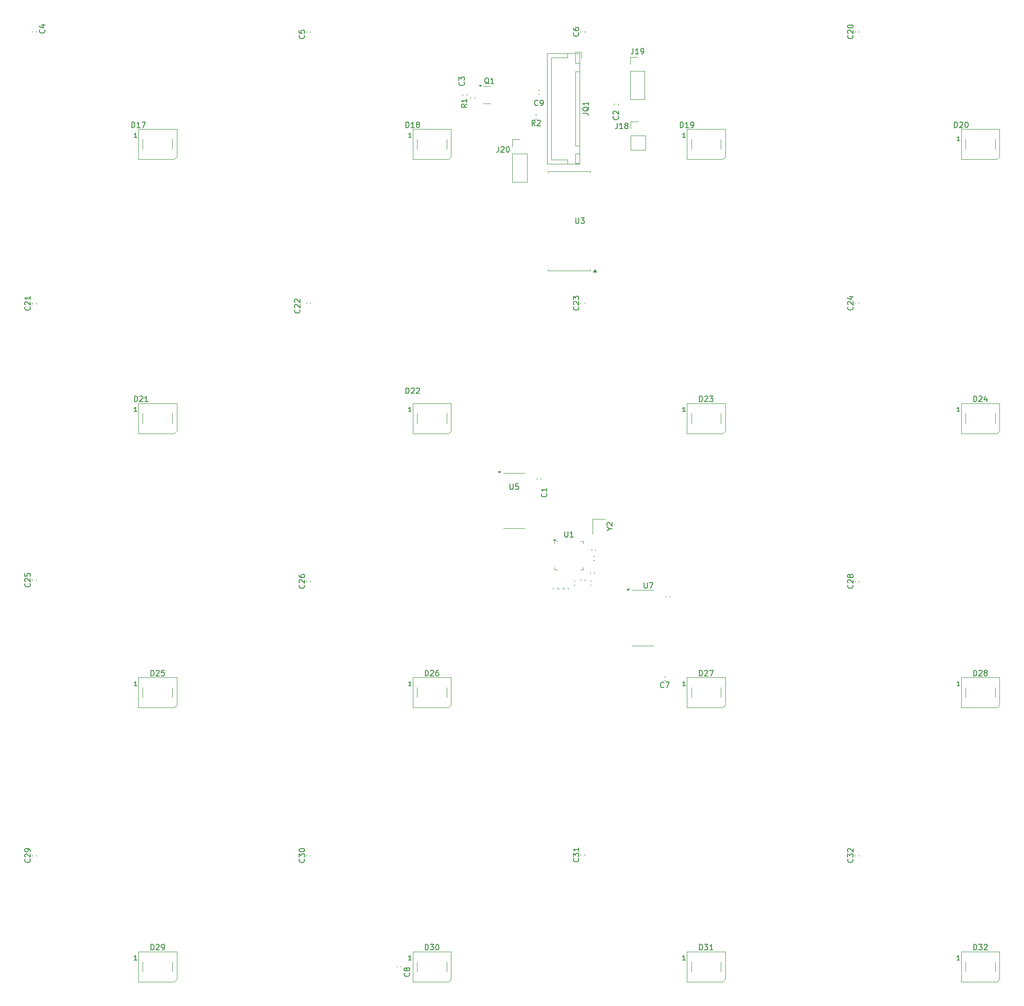
<source format=gbr>
%TF.GenerationSoftware,KiCad,Pcbnew,9.0.0*%
%TF.CreationDate,2025-03-24T21:43:16+01:00*%
%TF.ProjectId,PCB_Chessboard,5043425f-4368-4657-9373-626f6172642e,rev?*%
%TF.SameCoordinates,Original*%
%TF.FileFunction,Legend,Top*%
%TF.FilePolarity,Positive*%
%FSLAX46Y46*%
G04 Gerber Fmt 4.6, Leading zero omitted, Abs format (unit mm)*
G04 Created by KiCad (PCBNEW 9.0.0) date 2025-03-24 21:43:16*
%MOMM*%
%LPD*%
G01*
G04 APERTURE LIST*
%ADD10C,0.150000*%
%ADD11C,0.120000*%
G04 APERTURE END LIST*
D10*
X173785714Y-121954819D02*
X173785714Y-120954819D01*
X173785714Y-120954819D02*
X174023809Y-120954819D01*
X174023809Y-120954819D02*
X174166666Y-121002438D01*
X174166666Y-121002438D02*
X174261904Y-121097676D01*
X174261904Y-121097676D02*
X174309523Y-121192914D01*
X174309523Y-121192914D02*
X174357142Y-121383390D01*
X174357142Y-121383390D02*
X174357142Y-121526247D01*
X174357142Y-121526247D02*
X174309523Y-121716723D01*
X174309523Y-121716723D02*
X174261904Y-121811961D01*
X174261904Y-121811961D02*
X174166666Y-121907200D01*
X174166666Y-121907200D02*
X174023809Y-121954819D01*
X174023809Y-121954819D02*
X173785714Y-121954819D01*
X174738095Y-121050057D02*
X174785714Y-121002438D01*
X174785714Y-121002438D02*
X174880952Y-120954819D01*
X174880952Y-120954819D02*
X175119047Y-120954819D01*
X175119047Y-120954819D02*
X175214285Y-121002438D01*
X175214285Y-121002438D02*
X175261904Y-121050057D01*
X175261904Y-121050057D02*
X175309523Y-121145295D01*
X175309523Y-121145295D02*
X175309523Y-121240533D01*
X175309523Y-121240533D02*
X175261904Y-121383390D01*
X175261904Y-121383390D02*
X174690476Y-121954819D01*
X174690476Y-121954819D02*
X175309523Y-121954819D01*
X175880952Y-121383390D02*
X175785714Y-121335771D01*
X175785714Y-121335771D02*
X175738095Y-121288152D01*
X175738095Y-121288152D02*
X175690476Y-121192914D01*
X175690476Y-121192914D02*
X175690476Y-121145295D01*
X175690476Y-121145295D02*
X175738095Y-121050057D01*
X175738095Y-121050057D02*
X175785714Y-121002438D01*
X175785714Y-121002438D02*
X175880952Y-120954819D01*
X175880952Y-120954819D02*
X176071428Y-120954819D01*
X176071428Y-120954819D02*
X176166666Y-121002438D01*
X176166666Y-121002438D02*
X176214285Y-121050057D01*
X176214285Y-121050057D02*
X176261904Y-121145295D01*
X176261904Y-121145295D02*
X176261904Y-121192914D01*
X176261904Y-121192914D02*
X176214285Y-121288152D01*
X176214285Y-121288152D02*
X176166666Y-121335771D01*
X176166666Y-121335771D02*
X176071428Y-121383390D01*
X176071428Y-121383390D02*
X175880952Y-121383390D01*
X175880952Y-121383390D02*
X175785714Y-121431009D01*
X175785714Y-121431009D02*
X175738095Y-121478628D01*
X175738095Y-121478628D02*
X175690476Y-121573866D01*
X175690476Y-121573866D02*
X175690476Y-121764342D01*
X175690476Y-121764342D02*
X175738095Y-121859580D01*
X175738095Y-121859580D02*
X175785714Y-121907200D01*
X175785714Y-121907200D02*
X175880952Y-121954819D01*
X175880952Y-121954819D02*
X176071428Y-121954819D01*
X176071428Y-121954819D02*
X176166666Y-121907200D01*
X176166666Y-121907200D02*
X176214285Y-121859580D01*
X176214285Y-121859580D02*
X176261904Y-121764342D01*
X176261904Y-121764342D02*
X176261904Y-121573866D01*
X176261904Y-121573866D02*
X176214285Y-121478628D01*
X176214285Y-121478628D02*
X176166666Y-121431009D01*
X176166666Y-121431009D02*
X176071428Y-121383390D01*
X171228571Y-123762295D02*
X170771428Y-123762295D01*
X171000000Y-123762295D02*
X171000000Y-122962295D01*
X171000000Y-122962295D02*
X170923809Y-123076580D01*
X170923809Y-123076580D02*
X170847619Y-123152771D01*
X170847619Y-123152771D02*
X170771428Y-123190866D01*
X70285714Y-21954819D02*
X70285714Y-20954819D01*
X70285714Y-20954819D02*
X70523809Y-20954819D01*
X70523809Y-20954819D02*
X70666666Y-21002438D01*
X70666666Y-21002438D02*
X70761904Y-21097676D01*
X70761904Y-21097676D02*
X70809523Y-21192914D01*
X70809523Y-21192914D02*
X70857142Y-21383390D01*
X70857142Y-21383390D02*
X70857142Y-21526247D01*
X70857142Y-21526247D02*
X70809523Y-21716723D01*
X70809523Y-21716723D02*
X70761904Y-21811961D01*
X70761904Y-21811961D02*
X70666666Y-21907200D01*
X70666666Y-21907200D02*
X70523809Y-21954819D01*
X70523809Y-21954819D02*
X70285714Y-21954819D01*
X71809523Y-21954819D02*
X71238095Y-21954819D01*
X71523809Y-21954819D02*
X71523809Y-20954819D01*
X71523809Y-20954819D02*
X71428571Y-21097676D01*
X71428571Y-21097676D02*
X71333333Y-21192914D01*
X71333333Y-21192914D02*
X71238095Y-21240533D01*
X72380952Y-21383390D02*
X72285714Y-21335771D01*
X72285714Y-21335771D02*
X72238095Y-21288152D01*
X72238095Y-21288152D02*
X72190476Y-21192914D01*
X72190476Y-21192914D02*
X72190476Y-21145295D01*
X72190476Y-21145295D02*
X72238095Y-21050057D01*
X72238095Y-21050057D02*
X72285714Y-21002438D01*
X72285714Y-21002438D02*
X72380952Y-20954819D01*
X72380952Y-20954819D02*
X72571428Y-20954819D01*
X72571428Y-20954819D02*
X72666666Y-21002438D01*
X72666666Y-21002438D02*
X72714285Y-21050057D01*
X72714285Y-21050057D02*
X72761904Y-21145295D01*
X72761904Y-21145295D02*
X72761904Y-21192914D01*
X72761904Y-21192914D02*
X72714285Y-21288152D01*
X72714285Y-21288152D02*
X72666666Y-21335771D01*
X72666666Y-21335771D02*
X72571428Y-21383390D01*
X72571428Y-21383390D02*
X72380952Y-21383390D01*
X72380952Y-21383390D02*
X72285714Y-21431009D01*
X72285714Y-21431009D02*
X72238095Y-21478628D01*
X72238095Y-21478628D02*
X72190476Y-21573866D01*
X72190476Y-21573866D02*
X72190476Y-21764342D01*
X72190476Y-21764342D02*
X72238095Y-21859580D01*
X72238095Y-21859580D02*
X72285714Y-21907200D01*
X72285714Y-21907200D02*
X72380952Y-21954819D01*
X72380952Y-21954819D02*
X72571428Y-21954819D01*
X72571428Y-21954819D02*
X72666666Y-21907200D01*
X72666666Y-21907200D02*
X72714285Y-21859580D01*
X72714285Y-21859580D02*
X72761904Y-21764342D01*
X72761904Y-21764342D02*
X72761904Y-21573866D01*
X72761904Y-21573866D02*
X72714285Y-21478628D01*
X72714285Y-21478628D02*
X72666666Y-21431009D01*
X72666666Y-21431009D02*
X72571428Y-21383390D01*
X71228571Y-23762295D02*
X70771428Y-23762295D01*
X71000000Y-23762295D02*
X71000000Y-22962295D01*
X71000000Y-22962295D02*
X70923809Y-23076580D01*
X70923809Y-23076580D02*
X70847619Y-23152771D01*
X70847619Y-23152771D02*
X70771428Y-23190866D01*
X170285714Y-21954819D02*
X170285714Y-20954819D01*
X170285714Y-20954819D02*
X170523809Y-20954819D01*
X170523809Y-20954819D02*
X170666666Y-21002438D01*
X170666666Y-21002438D02*
X170761904Y-21097676D01*
X170761904Y-21097676D02*
X170809523Y-21192914D01*
X170809523Y-21192914D02*
X170857142Y-21383390D01*
X170857142Y-21383390D02*
X170857142Y-21526247D01*
X170857142Y-21526247D02*
X170809523Y-21716723D01*
X170809523Y-21716723D02*
X170761904Y-21811961D01*
X170761904Y-21811961D02*
X170666666Y-21907200D01*
X170666666Y-21907200D02*
X170523809Y-21954819D01*
X170523809Y-21954819D02*
X170285714Y-21954819D01*
X171238095Y-21050057D02*
X171285714Y-21002438D01*
X171285714Y-21002438D02*
X171380952Y-20954819D01*
X171380952Y-20954819D02*
X171619047Y-20954819D01*
X171619047Y-20954819D02*
X171714285Y-21002438D01*
X171714285Y-21002438D02*
X171761904Y-21050057D01*
X171761904Y-21050057D02*
X171809523Y-21145295D01*
X171809523Y-21145295D02*
X171809523Y-21240533D01*
X171809523Y-21240533D02*
X171761904Y-21383390D01*
X171761904Y-21383390D02*
X171190476Y-21954819D01*
X171190476Y-21954819D02*
X171809523Y-21954819D01*
X172428571Y-20954819D02*
X172523809Y-20954819D01*
X172523809Y-20954819D02*
X172619047Y-21002438D01*
X172619047Y-21002438D02*
X172666666Y-21050057D01*
X172666666Y-21050057D02*
X172714285Y-21145295D01*
X172714285Y-21145295D02*
X172761904Y-21335771D01*
X172761904Y-21335771D02*
X172761904Y-21573866D01*
X172761904Y-21573866D02*
X172714285Y-21764342D01*
X172714285Y-21764342D02*
X172666666Y-21859580D01*
X172666666Y-21859580D02*
X172619047Y-21907200D01*
X172619047Y-21907200D02*
X172523809Y-21954819D01*
X172523809Y-21954819D02*
X172428571Y-21954819D01*
X172428571Y-21954819D02*
X172333333Y-21907200D01*
X172333333Y-21907200D02*
X172285714Y-21859580D01*
X172285714Y-21859580D02*
X172238095Y-21764342D01*
X172238095Y-21764342D02*
X172190476Y-21573866D01*
X172190476Y-21573866D02*
X172190476Y-21335771D01*
X172190476Y-21335771D02*
X172238095Y-21145295D01*
X172238095Y-21145295D02*
X172285714Y-21050057D01*
X172285714Y-21050057D02*
X172333333Y-21002438D01*
X172333333Y-21002438D02*
X172428571Y-20954819D01*
X171228571Y-24362295D02*
X170771428Y-24362295D01*
X171000000Y-24362295D02*
X171000000Y-23562295D01*
X171000000Y-23562295D02*
X170923809Y-23676580D01*
X170923809Y-23676580D02*
X170847619Y-23752771D01*
X170847619Y-23752771D02*
X170771428Y-23790866D01*
X120285714Y-21954819D02*
X120285714Y-20954819D01*
X120285714Y-20954819D02*
X120523809Y-20954819D01*
X120523809Y-20954819D02*
X120666666Y-21002438D01*
X120666666Y-21002438D02*
X120761904Y-21097676D01*
X120761904Y-21097676D02*
X120809523Y-21192914D01*
X120809523Y-21192914D02*
X120857142Y-21383390D01*
X120857142Y-21383390D02*
X120857142Y-21526247D01*
X120857142Y-21526247D02*
X120809523Y-21716723D01*
X120809523Y-21716723D02*
X120761904Y-21811961D01*
X120761904Y-21811961D02*
X120666666Y-21907200D01*
X120666666Y-21907200D02*
X120523809Y-21954819D01*
X120523809Y-21954819D02*
X120285714Y-21954819D01*
X121809523Y-21954819D02*
X121238095Y-21954819D01*
X121523809Y-21954819D02*
X121523809Y-20954819D01*
X121523809Y-20954819D02*
X121428571Y-21097676D01*
X121428571Y-21097676D02*
X121333333Y-21192914D01*
X121333333Y-21192914D02*
X121238095Y-21240533D01*
X122285714Y-21954819D02*
X122476190Y-21954819D01*
X122476190Y-21954819D02*
X122571428Y-21907200D01*
X122571428Y-21907200D02*
X122619047Y-21859580D01*
X122619047Y-21859580D02*
X122714285Y-21716723D01*
X122714285Y-21716723D02*
X122761904Y-21526247D01*
X122761904Y-21526247D02*
X122761904Y-21145295D01*
X122761904Y-21145295D02*
X122714285Y-21050057D01*
X122714285Y-21050057D02*
X122666666Y-21002438D01*
X122666666Y-21002438D02*
X122571428Y-20954819D01*
X122571428Y-20954819D02*
X122380952Y-20954819D01*
X122380952Y-20954819D02*
X122285714Y-21002438D01*
X122285714Y-21002438D02*
X122238095Y-21050057D01*
X122238095Y-21050057D02*
X122190476Y-21145295D01*
X122190476Y-21145295D02*
X122190476Y-21383390D01*
X122190476Y-21383390D02*
X122238095Y-21478628D01*
X122238095Y-21478628D02*
X122285714Y-21526247D01*
X122285714Y-21526247D02*
X122380952Y-21573866D01*
X122380952Y-21573866D02*
X122571428Y-21573866D01*
X122571428Y-21573866D02*
X122666666Y-21526247D01*
X122666666Y-21526247D02*
X122714285Y-21478628D01*
X122714285Y-21478628D02*
X122761904Y-21383390D01*
X121228571Y-23762295D02*
X120771428Y-23762295D01*
X121000000Y-23762295D02*
X121000000Y-22962295D01*
X121000000Y-22962295D02*
X120923809Y-23076580D01*
X120923809Y-23076580D02*
X120847619Y-23152771D01*
X120847619Y-23152771D02*
X120771428Y-23190866D01*
X20285714Y-21954819D02*
X20285714Y-20954819D01*
X20285714Y-20954819D02*
X20523809Y-20954819D01*
X20523809Y-20954819D02*
X20666666Y-21002438D01*
X20666666Y-21002438D02*
X20761904Y-21097676D01*
X20761904Y-21097676D02*
X20809523Y-21192914D01*
X20809523Y-21192914D02*
X20857142Y-21383390D01*
X20857142Y-21383390D02*
X20857142Y-21526247D01*
X20857142Y-21526247D02*
X20809523Y-21716723D01*
X20809523Y-21716723D02*
X20761904Y-21811961D01*
X20761904Y-21811961D02*
X20666666Y-21907200D01*
X20666666Y-21907200D02*
X20523809Y-21954819D01*
X20523809Y-21954819D02*
X20285714Y-21954819D01*
X21809523Y-21954819D02*
X21238095Y-21954819D01*
X21523809Y-21954819D02*
X21523809Y-20954819D01*
X21523809Y-20954819D02*
X21428571Y-21097676D01*
X21428571Y-21097676D02*
X21333333Y-21192914D01*
X21333333Y-21192914D02*
X21238095Y-21240533D01*
X22142857Y-20954819D02*
X22809523Y-20954819D01*
X22809523Y-20954819D02*
X22380952Y-21954819D01*
X21228571Y-23762295D02*
X20771428Y-23762295D01*
X21000000Y-23762295D02*
X21000000Y-22962295D01*
X21000000Y-22962295D02*
X20923809Y-23076580D01*
X20923809Y-23076580D02*
X20847619Y-23152771D01*
X20847619Y-23152771D02*
X20771428Y-23190866D01*
X73785714Y-171954819D02*
X73785714Y-170954819D01*
X73785714Y-170954819D02*
X74023809Y-170954819D01*
X74023809Y-170954819D02*
X74166666Y-171002438D01*
X74166666Y-171002438D02*
X74261904Y-171097676D01*
X74261904Y-171097676D02*
X74309523Y-171192914D01*
X74309523Y-171192914D02*
X74357142Y-171383390D01*
X74357142Y-171383390D02*
X74357142Y-171526247D01*
X74357142Y-171526247D02*
X74309523Y-171716723D01*
X74309523Y-171716723D02*
X74261904Y-171811961D01*
X74261904Y-171811961D02*
X74166666Y-171907200D01*
X74166666Y-171907200D02*
X74023809Y-171954819D01*
X74023809Y-171954819D02*
X73785714Y-171954819D01*
X74690476Y-170954819D02*
X75309523Y-170954819D01*
X75309523Y-170954819D02*
X74976190Y-171335771D01*
X74976190Y-171335771D02*
X75119047Y-171335771D01*
X75119047Y-171335771D02*
X75214285Y-171383390D01*
X75214285Y-171383390D02*
X75261904Y-171431009D01*
X75261904Y-171431009D02*
X75309523Y-171526247D01*
X75309523Y-171526247D02*
X75309523Y-171764342D01*
X75309523Y-171764342D02*
X75261904Y-171859580D01*
X75261904Y-171859580D02*
X75214285Y-171907200D01*
X75214285Y-171907200D02*
X75119047Y-171954819D01*
X75119047Y-171954819D02*
X74833333Y-171954819D01*
X74833333Y-171954819D02*
X74738095Y-171907200D01*
X74738095Y-171907200D02*
X74690476Y-171859580D01*
X75928571Y-170954819D02*
X76023809Y-170954819D01*
X76023809Y-170954819D02*
X76119047Y-171002438D01*
X76119047Y-171002438D02*
X76166666Y-171050057D01*
X76166666Y-171050057D02*
X76214285Y-171145295D01*
X76214285Y-171145295D02*
X76261904Y-171335771D01*
X76261904Y-171335771D02*
X76261904Y-171573866D01*
X76261904Y-171573866D02*
X76214285Y-171764342D01*
X76214285Y-171764342D02*
X76166666Y-171859580D01*
X76166666Y-171859580D02*
X76119047Y-171907200D01*
X76119047Y-171907200D02*
X76023809Y-171954819D01*
X76023809Y-171954819D02*
X75928571Y-171954819D01*
X75928571Y-171954819D02*
X75833333Y-171907200D01*
X75833333Y-171907200D02*
X75785714Y-171859580D01*
X75785714Y-171859580D02*
X75738095Y-171764342D01*
X75738095Y-171764342D02*
X75690476Y-171573866D01*
X75690476Y-171573866D02*
X75690476Y-171335771D01*
X75690476Y-171335771D02*
X75738095Y-171145295D01*
X75738095Y-171145295D02*
X75785714Y-171050057D01*
X75785714Y-171050057D02*
X75833333Y-171002438D01*
X75833333Y-171002438D02*
X75928571Y-170954819D01*
X71228571Y-173762295D02*
X70771428Y-173762295D01*
X71000000Y-173762295D02*
X71000000Y-172962295D01*
X71000000Y-172962295D02*
X70923809Y-173076580D01*
X70923809Y-173076580D02*
X70847619Y-173152771D01*
X70847619Y-173152771D02*
X70771428Y-173190866D01*
X123785714Y-121954819D02*
X123785714Y-120954819D01*
X123785714Y-120954819D02*
X124023809Y-120954819D01*
X124023809Y-120954819D02*
X124166666Y-121002438D01*
X124166666Y-121002438D02*
X124261904Y-121097676D01*
X124261904Y-121097676D02*
X124309523Y-121192914D01*
X124309523Y-121192914D02*
X124357142Y-121383390D01*
X124357142Y-121383390D02*
X124357142Y-121526247D01*
X124357142Y-121526247D02*
X124309523Y-121716723D01*
X124309523Y-121716723D02*
X124261904Y-121811961D01*
X124261904Y-121811961D02*
X124166666Y-121907200D01*
X124166666Y-121907200D02*
X124023809Y-121954819D01*
X124023809Y-121954819D02*
X123785714Y-121954819D01*
X124738095Y-121050057D02*
X124785714Y-121002438D01*
X124785714Y-121002438D02*
X124880952Y-120954819D01*
X124880952Y-120954819D02*
X125119047Y-120954819D01*
X125119047Y-120954819D02*
X125214285Y-121002438D01*
X125214285Y-121002438D02*
X125261904Y-121050057D01*
X125261904Y-121050057D02*
X125309523Y-121145295D01*
X125309523Y-121145295D02*
X125309523Y-121240533D01*
X125309523Y-121240533D02*
X125261904Y-121383390D01*
X125261904Y-121383390D02*
X124690476Y-121954819D01*
X124690476Y-121954819D02*
X125309523Y-121954819D01*
X125642857Y-120954819D02*
X126309523Y-120954819D01*
X126309523Y-120954819D02*
X125880952Y-121954819D01*
X121228571Y-123762295D02*
X120771428Y-123762295D01*
X121000000Y-123762295D02*
X121000000Y-122962295D01*
X121000000Y-122962295D02*
X120923809Y-123076580D01*
X120923809Y-123076580D02*
X120847619Y-123152771D01*
X120847619Y-123152771D02*
X120771428Y-123190866D01*
X123785714Y-71954819D02*
X123785714Y-70954819D01*
X123785714Y-70954819D02*
X124023809Y-70954819D01*
X124023809Y-70954819D02*
X124166666Y-71002438D01*
X124166666Y-71002438D02*
X124261904Y-71097676D01*
X124261904Y-71097676D02*
X124309523Y-71192914D01*
X124309523Y-71192914D02*
X124357142Y-71383390D01*
X124357142Y-71383390D02*
X124357142Y-71526247D01*
X124357142Y-71526247D02*
X124309523Y-71716723D01*
X124309523Y-71716723D02*
X124261904Y-71811961D01*
X124261904Y-71811961D02*
X124166666Y-71907200D01*
X124166666Y-71907200D02*
X124023809Y-71954819D01*
X124023809Y-71954819D02*
X123785714Y-71954819D01*
X124738095Y-71050057D02*
X124785714Y-71002438D01*
X124785714Y-71002438D02*
X124880952Y-70954819D01*
X124880952Y-70954819D02*
X125119047Y-70954819D01*
X125119047Y-70954819D02*
X125214285Y-71002438D01*
X125214285Y-71002438D02*
X125261904Y-71050057D01*
X125261904Y-71050057D02*
X125309523Y-71145295D01*
X125309523Y-71145295D02*
X125309523Y-71240533D01*
X125309523Y-71240533D02*
X125261904Y-71383390D01*
X125261904Y-71383390D02*
X124690476Y-71954819D01*
X124690476Y-71954819D02*
X125309523Y-71954819D01*
X125642857Y-70954819D02*
X126261904Y-70954819D01*
X126261904Y-70954819D02*
X125928571Y-71335771D01*
X125928571Y-71335771D02*
X126071428Y-71335771D01*
X126071428Y-71335771D02*
X126166666Y-71383390D01*
X126166666Y-71383390D02*
X126214285Y-71431009D01*
X126214285Y-71431009D02*
X126261904Y-71526247D01*
X126261904Y-71526247D02*
X126261904Y-71764342D01*
X126261904Y-71764342D02*
X126214285Y-71859580D01*
X126214285Y-71859580D02*
X126166666Y-71907200D01*
X126166666Y-71907200D02*
X126071428Y-71954819D01*
X126071428Y-71954819D02*
X125785714Y-71954819D01*
X125785714Y-71954819D02*
X125690476Y-71907200D01*
X125690476Y-71907200D02*
X125642857Y-71859580D01*
X121228571Y-73762295D02*
X120771428Y-73762295D01*
X121000000Y-73762295D02*
X121000000Y-72962295D01*
X121000000Y-72962295D02*
X120923809Y-73076580D01*
X120923809Y-73076580D02*
X120847619Y-73152771D01*
X120847619Y-73152771D02*
X120771428Y-73190866D01*
X70285714Y-70454819D02*
X70285714Y-69454819D01*
X70285714Y-69454819D02*
X70523809Y-69454819D01*
X70523809Y-69454819D02*
X70666666Y-69502438D01*
X70666666Y-69502438D02*
X70761904Y-69597676D01*
X70761904Y-69597676D02*
X70809523Y-69692914D01*
X70809523Y-69692914D02*
X70857142Y-69883390D01*
X70857142Y-69883390D02*
X70857142Y-70026247D01*
X70857142Y-70026247D02*
X70809523Y-70216723D01*
X70809523Y-70216723D02*
X70761904Y-70311961D01*
X70761904Y-70311961D02*
X70666666Y-70407200D01*
X70666666Y-70407200D02*
X70523809Y-70454819D01*
X70523809Y-70454819D02*
X70285714Y-70454819D01*
X71238095Y-69550057D02*
X71285714Y-69502438D01*
X71285714Y-69502438D02*
X71380952Y-69454819D01*
X71380952Y-69454819D02*
X71619047Y-69454819D01*
X71619047Y-69454819D02*
X71714285Y-69502438D01*
X71714285Y-69502438D02*
X71761904Y-69550057D01*
X71761904Y-69550057D02*
X71809523Y-69645295D01*
X71809523Y-69645295D02*
X71809523Y-69740533D01*
X71809523Y-69740533D02*
X71761904Y-69883390D01*
X71761904Y-69883390D02*
X71190476Y-70454819D01*
X71190476Y-70454819D02*
X71809523Y-70454819D01*
X72190476Y-69550057D02*
X72238095Y-69502438D01*
X72238095Y-69502438D02*
X72333333Y-69454819D01*
X72333333Y-69454819D02*
X72571428Y-69454819D01*
X72571428Y-69454819D02*
X72666666Y-69502438D01*
X72666666Y-69502438D02*
X72714285Y-69550057D01*
X72714285Y-69550057D02*
X72761904Y-69645295D01*
X72761904Y-69645295D02*
X72761904Y-69740533D01*
X72761904Y-69740533D02*
X72714285Y-69883390D01*
X72714285Y-69883390D02*
X72142857Y-70454819D01*
X72142857Y-70454819D02*
X72761904Y-70454819D01*
X71228571Y-73762295D02*
X70771428Y-73762295D01*
X71000000Y-73762295D02*
X71000000Y-72962295D01*
X71000000Y-72962295D02*
X70923809Y-73076580D01*
X70923809Y-73076580D02*
X70847619Y-73152771D01*
X70847619Y-73152771D02*
X70771428Y-73190866D01*
X23785714Y-171954819D02*
X23785714Y-170954819D01*
X23785714Y-170954819D02*
X24023809Y-170954819D01*
X24023809Y-170954819D02*
X24166666Y-171002438D01*
X24166666Y-171002438D02*
X24261904Y-171097676D01*
X24261904Y-171097676D02*
X24309523Y-171192914D01*
X24309523Y-171192914D02*
X24357142Y-171383390D01*
X24357142Y-171383390D02*
X24357142Y-171526247D01*
X24357142Y-171526247D02*
X24309523Y-171716723D01*
X24309523Y-171716723D02*
X24261904Y-171811961D01*
X24261904Y-171811961D02*
X24166666Y-171907200D01*
X24166666Y-171907200D02*
X24023809Y-171954819D01*
X24023809Y-171954819D02*
X23785714Y-171954819D01*
X24738095Y-171050057D02*
X24785714Y-171002438D01*
X24785714Y-171002438D02*
X24880952Y-170954819D01*
X24880952Y-170954819D02*
X25119047Y-170954819D01*
X25119047Y-170954819D02*
X25214285Y-171002438D01*
X25214285Y-171002438D02*
X25261904Y-171050057D01*
X25261904Y-171050057D02*
X25309523Y-171145295D01*
X25309523Y-171145295D02*
X25309523Y-171240533D01*
X25309523Y-171240533D02*
X25261904Y-171383390D01*
X25261904Y-171383390D02*
X24690476Y-171954819D01*
X24690476Y-171954819D02*
X25309523Y-171954819D01*
X25785714Y-171954819D02*
X25976190Y-171954819D01*
X25976190Y-171954819D02*
X26071428Y-171907200D01*
X26071428Y-171907200D02*
X26119047Y-171859580D01*
X26119047Y-171859580D02*
X26214285Y-171716723D01*
X26214285Y-171716723D02*
X26261904Y-171526247D01*
X26261904Y-171526247D02*
X26261904Y-171145295D01*
X26261904Y-171145295D02*
X26214285Y-171050057D01*
X26214285Y-171050057D02*
X26166666Y-171002438D01*
X26166666Y-171002438D02*
X26071428Y-170954819D01*
X26071428Y-170954819D02*
X25880952Y-170954819D01*
X25880952Y-170954819D02*
X25785714Y-171002438D01*
X25785714Y-171002438D02*
X25738095Y-171050057D01*
X25738095Y-171050057D02*
X25690476Y-171145295D01*
X25690476Y-171145295D02*
X25690476Y-171383390D01*
X25690476Y-171383390D02*
X25738095Y-171478628D01*
X25738095Y-171478628D02*
X25785714Y-171526247D01*
X25785714Y-171526247D02*
X25880952Y-171573866D01*
X25880952Y-171573866D02*
X26071428Y-171573866D01*
X26071428Y-171573866D02*
X26166666Y-171526247D01*
X26166666Y-171526247D02*
X26214285Y-171478628D01*
X26214285Y-171478628D02*
X26261904Y-171383390D01*
X21228571Y-173762295D02*
X20771428Y-173762295D01*
X21000000Y-173762295D02*
X21000000Y-172962295D01*
X21000000Y-172962295D02*
X20923809Y-173076580D01*
X20923809Y-173076580D02*
X20847619Y-173152771D01*
X20847619Y-173152771D02*
X20771428Y-173190866D01*
X70859580Y-176166666D02*
X70907200Y-176214285D01*
X70907200Y-176214285D02*
X70954819Y-176357142D01*
X70954819Y-176357142D02*
X70954819Y-176452380D01*
X70954819Y-176452380D02*
X70907200Y-176595237D01*
X70907200Y-176595237D02*
X70811961Y-176690475D01*
X70811961Y-176690475D02*
X70716723Y-176738094D01*
X70716723Y-176738094D02*
X70526247Y-176785713D01*
X70526247Y-176785713D02*
X70383390Y-176785713D01*
X70383390Y-176785713D02*
X70192914Y-176738094D01*
X70192914Y-176738094D02*
X70097676Y-176690475D01*
X70097676Y-176690475D02*
X70002438Y-176595237D01*
X70002438Y-176595237D02*
X69954819Y-176452380D01*
X69954819Y-176452380D02*
X69954819Y-176357142D01*
X69954819Y-176357142D02*
X70002438Y-176214285D01*
X70002438Y-176214285D02*
X70050057Y-176166666D01*
X70383390Y-175595237D02*
X70335771Y-175690475D01*
X70335771Y-175690475D02*
X70288152Y-175738094D01*
X70288152Y-175738094D02*
X70192914Y-175785713D01*
X70192914Y-175785713D02*
X70145295Y-175785713D01*
X70145295Y-175785713D02*
X70050057Y-175738094D01*
X70050057Y-175738094D02*
X70002438Y-175690475D01*
X70002438Y-175690475D02*
X69954819Y-175595237D01*
X69954819Y-175595237D02*
X69954819Y-175404761D01*
X69954819Y-175404761D02*
X70002438Y-175309523D01*
X70002438Y-175309523D02*
X70050057Y-175261904D01*
X70050057Y-175261904D02*
X70145295Y-175214285D01*
X70145295Y-175214285D02*
X70192914Y-175214285D01*
X70192914Y-175214285D02*
X70288152Y-175261904D01*
X70288152Y-175261904D02*
X70335771Y-175309523D01*
X70335771Y-175309523D02*
X70383390Y-175404761D01*
X70383390Y-175404761D02*
X70383390Y-175595237D01*
X70383390Y-175595237D02*
X70431009Y-175690475D01*
X70431009Y-175690475D02*
X70478628Y-175738094D01*
X70478628Y-175738094D02*
X70573866Y-175785713D01*
X70573866Y-175785713D02*
X70764342Y-175785713D01*
X70764342Y-175785713D02*
X70859580Y-175738094D01*
X70859580Y-175738094D02*
X70907200Y-175690475D01*
X70907200Y-175690475D02*
X70954819Y-175595237D01*
X70954819Y-175595237D02*
X70954819Y-175404761D01*
X70954819Y-175404761D02*
X70907200Y-175309523D01*
X70907200Y-175309523D02*
X70859580Y-175261904D01*
X70859580Y-175261904D02*
X70764342Y-175214285D01*
X70764342Y-175214285D02*
X70573866Y-175214285D01*
X70573866Y-175214285D02*
X70478628Y-175261904D01*
X70478628Y-175261904D02*
X70431009Y-175309523D01*
X70431009Y-175309523D02*
X70383390Y-175404761D01*
X73785714Y-121954819D02*
X73785714Y-120954819D01*
X73785714Y-120954819D02*
X74023809Y-120954819D01*
X74023809Y-120954819D02*
X74166666Y-121002438D01*
X74166666Y-121002438D02*
X74261904Y-121097676D01*
X74261904Y-121097676D02*
X74309523Y-121192914D01*
X74309523Y-121192914D02*
X74357142Y-121383390D01*
X74357142Y-121383390D02*
X74357142Y-121526247D01*
X74357142Y-121526247D02*
X74309523Y-121716723D01*
X74309523Y-121716723D02*
X74261904Y-121811961D01*
X74261904Y-121811961D02*
X74166666Y-121907200D01*
X74166666Y-121907200D02*
X74023809Y-121954819D01*
X74023809Y-121954819D02*
X73785714Y-121954819D01*
X74738095Y-121050057D02*
X74785714Y-121002438D01*
X74785714Y-121002438D02*
X74880952Y-120954819D01*
X74880952Y-120954819D02*
X75119047Y-120954819D01*
X75119047Y-120954819D02*
X75214285Y-121002438D01*
X75214285Y-121002438D02*
X75261904Y-121050057D01*
X75261904Y-121050057D02*
X75309523Y-121145295D01*
X75309523Y-121145295D02*
X75309523Y-121240533D01*
X75309523Y-121240533D02*
X75261904Y-121383390D01*
X75261904Y-121383390D02*
X74690476Y-121954819D01*
X74690476Y-121954819D02*
X75309523Y-121954819D01*
X76166666Y-120954819D02*
X75976190Y-120954819D01*
X75976190Y-120954819D02*
X75880952Y-121002438D01*
X75880952Y-121002438D02*
X75833333Y-121050057D01*
X75833333Y-121050057D02*
X75738095Y-121192914D01*
X75738095Y-121192914D02*
X75690476Y-121383390D01*
X75690476Y-121383390D02*
X75690476Y-121764342D01*
X75690476Y-121764342D02*
X75738095Y-121859580D01*
X75738095Y-121859580D02*
X75785714Y-121907200D01*
X75785714Y-121907200D02*
X75880952Y-121954819D01*
X75880952Y-121954819D02*
X76071428Y-121954819D01*
X76071428Y-121954819D02*
X76166666Y-121907200D01*
X76166666Y-121907200D02*
X76214285Y-121859580D01*
X76214285Y-121859580D02*
X76261904Y-121764342D01*
X76261904Y-121764342D02*
X76261904Y-121526247D01*
X76261904Y-121526247D02*
X76214285Y-121431009D01*
X76214285Y-121431009D02*
X76166666Y-121383390D01*
X76166666Y-121383390D02*
X76071428Y-121335771D01*
X76071428Y-121335771D02*
X75880952Y-121335771D01*
X75880952Y-121335771D02*
X75785714Y-121383390D01*
X75785714Y-121383390D02*
X75738095Y-121431009D01*
X75738095Y-121431009D02*
X75690476Y-121526247D01*
X71228571Y-123762295D02*
X70771428Y-123762295D01*
X71000000Y-123762295D02*
X71000000Y-122962295D01*
X71000000Y-122962295D02*
X70923809Y-123076580D01*
X70923809Y-123076580D02*
X70847619Y-123152771D01*
X70847619Y-123152771D02*
X70771428Y-123190866D01*
X20785714Y-71954819D02*
X20785714Y-70954819D01*
X20785714Y-70954819D02*
X21023809Y-70954819D01*
X21023809Y-70954819D02*
X21166666Y-71002438D01*
X21166666Y-71002438D02*
X21261904Y-71097676D01*
X21261904Y-71097676D02*
X21309523Y-71192914D01*
X21309523Y-71192914D02*
X21357142Y-71383390D01*
X21357142Y-71383390D02*
X21357142Y-71526247D01*
X21357142Y-71526247D02*
X21309523Y-71716723D01*
X21309523Y-71716723D02*
X21261904Y-71811961D01*
X21261904Y-71811961D02*
X21166666Y-71907200D01*
X21166666Y-71907200D02*
X21023809Y-71954819D01*
X21023809Y-71954819D02*
X20785714Y-71954819D01*
X21738095Y-71050057D02*
X21785714Y-71002438D01*
X21785714Y-71002438D02*
X21880952Y-70954819D01*
X21880952Y-70954819D02*
X22119047Y-70954819D01*
X22119047Y-70954819D02*
X22214285Y-71002438D01*
X22214285Y-71002438D02*
X22261904Y-71050057D01*
X22261904Y-71050057D02*
X22309523Y-71145295D01*
X22309523Y-71145295D02*
X22309523Y-71240533D01*
X22309523Y-71240533D02*
X22261904Y-71383390D01*
X22261904Y-71383390D02*
X21690476Y-71954819D01*
X21690476Y-71954819D02*
X22309523Y-71954819D01*
X23261904Y-71954819D02*
X22690476Y-71954819D01*
X22976190Y-71954819D02*
X22976190Y-70954819D01*
X22976190Y-70954819D02*
X22880952Y-71097676D01*
X22880952Y-71097676D02*
X22785714Y-71192914D01*
X22785714Y-71192914D02*
X22690476Y-71240533D01*
X21228571Y-73762295D02*
X20771428Y-73762295D01*
X21000000Y-73762295D02*
X21000000Y-72962295D01*
X21000000Y-72962295D02*
X20923809Y-73076580D01*
X20923809Y-73076580D02*
X20847619Y-73152771D01*
X20847619Y-73152771D02*
X20771428Y-73190866D01*
X173785714Y-171954819D02*
X173785714Y-170954819D01*
X173785714Y-170954819D02*
X174023809Y-170954819D01*
X174023809Y-170954819D02*
X174166666Y-171002438D01*
X174166666Y-171002438D02*
X174261904Y-171097676D01*
X174261904Y-171097676D02*
X174309523Y-171192914D01*
X174309523Y-171192914D02*
X174357142Y-171383390D01*
X174357142Y-171383390D02*
X174357142Y-171526247D01*
X174357142Y-171526247D02*
X174309523Y-171716723D01*
X174309523Y-171716723D02*
X174261904Y-171811961D01*
X174261904Y-171811961D02*
X174166666Y-171907200D01*
X174166666Y-171907200D02*
X174023809Y-171954819D01*
X174023809Y-171954819D02*
X173785714Y-171954819D01*
X174690476Y-170954819D02*
X175309523Y-170954819D01*
X175309523Y-170954819D02*
X174976190Y-171335771D01*
X174976190Y-171335771D02*
X175119047Y-171335771D01*
X175119047Y-171335771D02*
X175214285Y-171383390D01*
X175214285Y-171383390D02*
X175261904Y-171431009D01*
X175261904Y-171431009D02*
X175309523Y-171526247D01*
X175309523Y-171526247D02*
X175309523Y-171764342D01*
X175309523Y-171764342D02*
X175261904Y-171859580D01*
X175261904Y-171859580D02*
X175214285Y-171907200D01*
X175214285Y-171907200D02*
X175119047Y-171954819D01*
X175119047Y-171954819D02*
X174833333Y-171954819D01*
X174833333Y-171954819D02*
X174738095Y-171907200D01*
X174738095Y-171907200D02*
X174690476Y-171859580D01*
X175690476Y-171050057D02*
X175738095Y-171002438D01*
X175738095Y-171002438D02*
X175833333Y-170954819D01*
X175833333Y-170954819D02*
X176071428Y-170954819D01*
X176071428Y-170954819D02*
X176166666Y-171002438D01*
X176166666Y-171002438D02*
X176214285Y-171050057D01*
X176214285Y-171050057D02*
X176261904Y-171145295D01*
X176261904Y-171145295D02*
X176261904Y-171240533D01*
X176261904Y-171240533D02*
X176214285Y-171383390D01*
X176214285Y-171383390D02*
X175642857Y-171954819D01*
X175642857Y-171954819D02*
X176261904Y-171954819D01*
X171228571Y-173762295D02*
X170771428Y-173762295D01*
X171000000Y-173762295D02*
X171000000Y-172962295D01*
X171000000Y-172962295D02*
X170923809Y-173076580D01*
X170923809Y-173076580D02*
X170847619Y-173152771D01*
X170847619Y-173152771D02*
X170771428Y-173190866D01*
X123785714Y-171954819D02*
X123785714Y-170954819D01*
X123785714Y-170954819D02*
X124023809Y-170954819D01*
X124023809Y-170954819D02*
X124166666Y-171002438D01*
X124166666Y-171002438D02*
X124261904Y-171097676D01*
X124261904Y-171097676D02*
X124309523Y-171192914D01*
X124309523Y-171192914D02*
X124357142Y-171383390D01*
X124357142Y-171383390D02*
X124357142Y-171526247D01*
X124357142Y-171526247D02*
X124309523Y-171716723D01*
X124309523Y-171716723D02*
X124261904Y-171811961D01*
X124261904Y-171811961D02*
X124166666Y-171907200D01*
X124166666Y-171907200D02*
X124023809Y-171954819D01*
X124023809Y-171954819D02*
X123785714Y-171954819D01*
X124690476Y-170954819D02*
X125309523Y-170954819D01*
X125309523Y-170954819D02*
X124976190Y-171335771D01*
X124976190Y-171335771D02*
X125119047Y-171335771D01*
X125119047Y-171335771D02*
X125214285Y-171383390D01*
X125214285Y-171383390D02*
X125261904Y-171431009D01*
X125261904Y-171431009D02*
X125309523Y-171526247D01*
X125309523Y-171526247D02*
X125309523Y-171764342D01*
X125309523Y-171764342D02*
X125261904Y-171859580D01*
X125261904Y-171859580D02*
X125214285Y-171907200D01*
X125214285Y-171907200D02*
X125119047Y-171954819D01*
X125119047Y-171954819D02*
X124833333Y-171954819D01*
X124833333Y-171954819D02*
X124738095Y-171907200D01*
X124738095Y-171907200D02*
X124690476Y-171859580D01*
X126261904Y-171954819D02*
X125690476Y-171954819D01*
X125976190Y-171954819D02*
X125976190Y-170954819D01*
X125976190Y-170954819D02*
X125880952Y-171097676D01*
X125880952Y-171097676D02*
X125785714Y-171192914D01*
X125785714Y-171192914D02*
X125690476Y-171240533D01*
X121228571Y-173762295D02*
X120771428Y-173762295D01*
X121000000Y-173762295D02*
X121000000Y-172962295D01*
X121000000Y-172962295D02*
X120923809Y-173076580D01*
X120923809Y-173076580D02*
X120847619Y-173152771D01*
X120847619Y-173152771D02*
X120771428Y-173190866D01*
X23785714Y-121954819D02*
X23785714Y-120954819D01*
X23785714Y-120954819D02*
X24023809Y-120954819D01*
X24023809Y-120954819D02*
X24166666Y-121002438D01*
X24166666Y-121002438D02*
X24261904Y-121097676D01*
X24261904Y-121097676D02*
X24309523Y-121192914D01*
X24309523Y-121192914D02*
X24357142Y-121383390D01*
X24357142Y-121383390D02*
X24357142Y-121526247D01*
X24357142Y-121526247D02*
X24309523Y-121716723D01*
X24309523Y-121716723D02*
X24261904Y-121811961D01*
X24261904Y-121811961D02*
X24166666Y-121907200D01*
X24166666Y-121907200D02*
X24023809Y-121954819D01*
X24023809Y-121954819D02*
X23785714Y-121954819D01*
X24738095Y-121050057D02*
X24785714Y-121002438D01*
X24785714Y-121002438D02*
X24880952Y-120954819D01*
X24880952Y-120954819D02*
X25119047Y-120954819D01*
X25119047Y-120954819D02*
X25214285Y-121002438D01*
X25214285Y-121002438D02*
X25261904Y-121050057D01*
X25261904Y-121050057D02*
X25309523Y-121145295D01*
X25309523Y-121145295D02*
X25309523Y-121240533D01*
X25309523Y-121240533D02*
X25261904Y-121383390D01*
X25261904Y-121383390D02*
X24690476Y-121954819D01*
X24690476Y-121954819D02*
X25309523Y-121954819D01*
X26214285Y-120954819D02*
X25738095Y-120954819D01*
X25738095Y-120954819D02*
X25690476Y-121431009D01*
X25690476Y-121431009D02*
X25738095Y-121383390D01*
X25738095Y-121383390D02*
X25833333Y-121335771D01*
X25833333Y-121335771D02*
X26071428Y-121335771D01*
X26071428Y-121335771D02*
X26166666Y-121383390D01*
X26166666Y-121383390D02*
X26214285Y-121431009D01*
X26214285Y-121431009D02*
X26261904Y-121526247D01*
X26261904Y-121526247D02*
X26261904Y-121764342D01*
X26261904Y-121764342D02*
X26214285Y-121859580D01*
X26214285Y-121859580D02*
X26166666Y-121907200D01*
X26166666Y-121907200D02*
X26071428Y-121954819D01*
X26071428Y-121954819D02*
X25833333Y-121954819D01*
X25833333Y-121954819D02*
X25738095Y-121907200D01*
X25738095Y-121907200D02*
X25690476Y-121859580D01*
X21228571Y-123762295D02*
X20771428Y-123762295D01*
X21000000Y-123762295D02*
X21000000Y-122962295D01*
X21000000Y-122962295D02*
X20923809Y-123076580D01*
X20923809Y-123076580D02*
X20847619Y-123152771D01*
X20847619Y-123152771D02*
X20771428Y-123190866D01*
X173785714Y-71954819D02*
X173785714Y-70954819D01*
X173785714Y-70954819D02*
X174023809Y-70954819D01*
X174023809Y-70954819D02*
X174166666Y-71002438D01*
X174166666Y-71002438D02*
X174261904Y-71097676D01*
X174261904Y-71097676D02*
X174309523Y-71192914D01*
X174309523Y-71192914D02*
X174357142Y-71383390D01*
X174357142Y-71383390D02*
X174357142Y-71526247D01*
X174357142Y-71526247D02*
X174309523Y-71716723D01*
X174309523Y-71716723D02*
X174261904Y-71811961D01*
X174261904Y-71811961D02*
X174166666Y-71907200D01*
X174166666Y-71907200D02*
X174023809Y-71954819D01*
X174023809Y-71954819D02*
X173785714Y-71954819D01*
X174738095Y-71050057D02*
X174785714Y-71002438D01*
X174785714Y-71002438D02*
X174880952Y-70954819D01*
X174880952Y-70954819D02*
X175119047Y-70954819D01*
X175119047Y-70954819D02*
X175214285Y-71002438D01*
X175214285Y-71002438D02*
X175261904Y-71050057D01*
X175261904Y-71050057D02*
X175309523Y-71145295D01*
X175309523Y-71145295D02*
X175309523Y-71240533D01*
X175309523Y-71240533D02*
X175261904Y-71383390D01*
X175261904Y-71383390D02*
X174690476Y-71954819D01*
X174690476Y-71954819D02*
X175309523Y-71954819D01*
X176166666Y-71288152D02*
X176166666Y-71954819D01*
X175928571Y-70907200D02*
X175690476Y-71621485D01*
X175690476Y-71621485D02*
X176309523Y-71621485D01*
X171228571Y-73762295D02*
X170771428Y-73762295D01*
X171000000Y-73762295D02*
X171000000Y-72962295D01*
X171000000Y-72962295D02*
X170923809Y-73076580D01*
X170923809Y-73076580D02*
X170847619Y-73152771D01*
X170847619Y-73152771D02*
X170771428Y-73190866D01*
X50859580Y-55162857D02*
X50907200Y-55210476D01*
X50907200Y-55210476D02*
X50954819Y-55353333D01*
X50954819Y-55353333D02*
X50954819Y-55448571D01*
X50954819Y-55448571D02*
X50907200Y-55591428D01*
X50907200Y-55591428D02*
X50811961Y-55686666D01*
X50811961Y-55686666D02*
X50716723Y-55734285D01*
X50716723Y-55734285D02*
X50526247Y-55781904D01*
X50526247Y-55781904D02*
X50383390Y-55781904D01*
X50383390Y-55781904D02*
X50192914Y-55734285D01*
X50192914Y-55734285D02*
X50097676Y-55686666D01*
X50097676Y-55686666D02*
X50002438Y-55591428D01*
X50002438Y-55591428D02*
X49954819Y-55448571D01*
X49954819Y-55448571D02*
X49954819Y-55353333D01*
X49954819Y-55353333D02*
X50002438Y-55210476D01*
X50002438Y-55210476D02*
X50050057Y-55162857D01*
X50050057Y-54781904D02*
X50002438Y-54734285D01*
X50002438Y-54734285D02*
X49954819Y-54639047D01*
X49954819Y-54639047D02*
X49954819Y-54400952D01*
X49954819Y-54400952D02*
X50002438Y-54305714D01*
X50002438Y-54305714D02*
X50050057Y-54258095D01*
X50050057Y-54258095D02*
X50145295Y-54210476D01*
X50145295Y-54210476D02*
X50240533Y-54210476D01*
X50240533Y-54210476D02*
X50383390Y-54258095D01*
X50383390Y-54258095D02*
X50954819Y-54829523D01*
X50954819Y-54829523D02*
X50954819Y-54210476D01*
X50050057Y-53829523D02*
X50002438Y-53781904D01*
X50002438Y-53781904D02*
X49954819Y-53686666D01*
X49954819Y-53686666D02*
X49954819Y-53448571D01*
X49954819Y-53448571D02*
X50002438Y-53353333D01*
X50002438Y-53353333D02*
X50050057Y-53305714D01*
X50050057Y-53305714D02*
X50145295Y-53258095D01*
X50145295Y-53258095D02*
X50240533Y-53258095D01*
X50240533Y-53258095D02*
X50383390Y-53305714D01*
X50383390Y-53305714D02*
X50954819Y-53877142D01*
X50954819Y-53877142D02*
X50954819Y-53258095D01*
X102504819Y-19357142D02*
X103219104Y-19357142D01*
X103219104Y-19357142D02*
X103361961Y-19404761D01*
X103361961Y-19404761D02*
X103457200Y-19499999D01*
X103457200Y-19499999D02*
X103504819Y-19642856D01*
X103504819Y-19642856D02*
X103504819Y-19738094D01*
X103600057Y-18214285D02*
X103552438Y-18309523D01*
X103552438Y-18309523D02*
X103457200Y-18404761D01*
X103457200Y-18404761D02*
X103314342Y-18547618D01*
X103314342Y-18547618D02*
X103266723Y-18642856D01*
X103266723Y-18642856D02*
X103266723Y-18738094D01*
X103504819Y-18690475D02*
X103457200Y-18785713D01*
X103457200Y-18785713D02*
X103361961Y-18880951D01*
X103361961Y-18880951D02*
X103171485Y-18928570D01*
X103171485Y-18928570D02*
X102838152Y-18928570D01*
X102838152Y-18928570D02*
X102647676Y-18880951D01*
X102647676Y-18880951D02*
X102552438Y-18785713D01*
X102552438Y-18785713D02*
X102504819Y-18690475D01*
X102504819Y-18690475D02*
X102504819Y-18499999D01*
X102504819Y-18499999D02*
X102552438Y-18404761D01*
X102552438Y-18404761D02*
X102647676Y-18309523D01*
X102647676Y-18309523D02*
X102838152Y-18261904D01*
X102838152Y-18261904D02*
X103171485Y-18261904D01*
X103171485Y-18261904D02*
X103361961Y-18309523D01*
X103361961Y-18309523D02*
X103457200Y-18404761D01*
X103457200Y-18404761D02*
X103504819Y-18499999D01*
X103504819Y-18499999D02*
X103504819Y-18690475D01*
X103504819Y-17309523D02*
X103504819Y-17880951D01*
X103504819Y-17595237D02*
X102504819Y-17595237D01*
X102504819Y-17595237D02*
X102647676Y-17690475D01*
X102647676Y-17690475D02*
X102742914Y-17785713D01*
X102742914Y-17785713D02*
X102790533Y-17880951D01*
X99238095Y-95624819D02*
X99238095Y-96434342D01*
X99238095Y-96434342D02*
X99285714Y-96529580D01*
X99285714Y-96529580D02*
X99333333Y-96577200D01*
X99333333Y-96577200D02*
X99428571Y-96624819D01*
X99428571Y-96624819D02*
X99619047Y-96624819D01*
X99619047Y-96624819D02*
X99714285Y-96577200D01*
X99714285Y-96577200D02*
X99761904Y-96529580D01*
X99761904Y-96529580D02*
X99809523Y-96434342D01*
X99809523Y-96434342D02*
X99809523Y-95624819D01*
X100809523Y-96624819D02*
X100238095Y-96624819D01*
X100523809Y-96624819D02*
X100523809Y-95624819D01*
X100523809Y-95624819D02*
X100428571Y-95767676D01*
X100428571Y-95767676D02*
X100333333Y-95862914D01*
X100333333Y-95862914D02*
X100238095Y-95910533D01*
X107428628Y-95176190D02*
X107904819Y-95176190D01*
X106904819Y-95509523D02*
X107428628Y-95176190D01*
X107428628Y-95176190D02*
X106904819Y-94842857D01*
X107000057Y-94557142D02*
X106952438Y-94509523D01*
X106952438Y-94509523D02*
X106904819Y-94414285D01*
X106904819Y-94414285D02*
X106904819Y-94176190D01*
X106904819Y-94176190D02*
X106952438Y-94080952D01*
X106952438Y-94080952D02*
X107000057Y-94033333D01*
X107000057Y-94033333D02*
X107095295Y-93985714D01*
X107095295Y-93985714D02*
X107190533Y-93985714D01*
X107190533Y-93985714D02*
X107333390Y-94033333D01*
X107333390Y-94033333D02*
X107904819Y-94604761D01*
X107904819Y-94604761D02*
X107904819Y-93985714D01*
X108810476Y-21179819D02*
X108810476Y-21894104D01*
X108810476Y-21894104D02*
X108762857Y-22036961D01*
X108762857Y-22036961D02*
X108667619Y-22132200D01*
X108667619Y-22132200D02*
X108524762Y-22179819D01*
X108524762Y-22179819D02*
X108429524Y-22179819D01*
X109810476Y-22179819D02*
X109239048Y-22179819D01*
X109524762Y-22179819D02*
X109524762Y-21179819D01*
X109524762Y-21179819D02*
X109429524Y-21322676D01*
X109429524Y-21322676D02*
X109334286Y-21417914D01*
X109334286Y-21417914D02*
X109239048Y-21465533D01*
X110381905Y-21608390D02*
X110286667Y-21560771D01*
X110286667Y-21560771D02*
X110239048Y-21513152D01*
X110239048Y-21513152D02*
X110191429Y-21417914D01*
X110191429Y-21417914D02*
X110191429Y-21370295D01*
X110191429Y-21370295D02*
X110239048Y-21275057D01*
X110239048Y-21275057D02*
X110286667Y-21227438D01*
X110286667Y-21227438D02*
X110381905Y-21179819D01*
X110381905Y-21179819D02*
X110572381Y-21179819D01*
X110572381Y-21179819D02*
X110667619Y-21227438D01*
X110667619Y-21227438D02*
X110715238Y-21275057D01*
X110715238Y-21275057D02*
X110762857Y-21370295D01*
X110762857Y-21370295D02*
X110762857Y-21417914D01*
X110762857Y-21417914D02*
X110715238Y-21513152D01*
X110715238Y-21513152D02*
X110667619Y-21560771D01*
X110667619Y-21560771D02*
X110572381Y-21608390D01*
X110572381Y-21608390D02*
X110381905Y-21608390D01*
X110381905Y-21608390D02*
X110286667Y-21656009D01*
X110286667Y-21656009D02*
X110239048Y-21703628D01*
X110239048Y-21703628D02*
X110191429Y-21798866D01*
X110191429Y-21798866D02*
X110191429Y-21989342D01*
X110191429Y-21989342D02*
X110239048Y-22084580D01*
X110239048Y-22084580D02*
X110286667Y-22132200D01*
X110286667Y-22132200D02*
X110381905Y-22179819D01*
X110381905Y-22179819D02*
X110572381Y-22179819D01*
X110572381Y-22179819D02*
X110667619Y-22132200D01*
X110667619Y-22132200D02*
X110715238Y-22084580D01*
X110715238Y-22084580D02*
X110762857Y-21989342D01*
X110762857Y-21989342D02*
X110762857Y-21798866D01*
X110762857Y-21798866D02*
X110715238Y-21703628D01*
X110715238Y-21703628D02*
X110667619Y-21656009D01*
X110667619Y-21656009D02*
X110572381Y-21608390D01*
X151699580Y-5142857D02*
X151747200Y-5190476D01*
X151747200Y-5190476D02*
X151794819Y-5333333D01*
X151794819Y-5333333D02*
X151794819Y-5428571D01*
X151794819Y-5428571D02*
X151747200Y-5571428D01*
X151747200Y-5571428D02*
X151651961Y-5666666D01*
X151651961Y-5666666D02*
X151556723Y-5714285D01*
X151556723Y-5714285D02*
X151366247Y-5761904D01*
X151366247Y-5761904D02*
X151223390Y-5761904D01*
X151223390Y-5761904D02*
X151032914Y-5714285D01*
X151032914Y-5714285D02*
X150937676Y-5666666D01*
X150937676Y-5666666D02*
X150842438Y-5571428D01*
X150842438Y-5571428D02*
X150794819Y-5428571D01*
X150794819Y-5428571D02*
X150794819Y-5333333D01*
X150794819Y-5333333D02*
X150842438Y-5190476D01*
X150842438Y-5190476D02*
X150890057Y-5142857D01*
X150890057Y-4761904D02*
X150842438Y-4714285D01*
X150842438Y-4714285D02*
X150794819Y-4619047D01*
X150794819Y-4619047D02*
X150794819Y-4380952D01*
X150794819Y-4380952D02*
X150842438Y-4285714D01*
X150842438Y-4285714D02*
X150890057Y-4238095D01*
X150890057Y-4238095D02*
X150985295Y-4190476D01*
X150985295Y-4190476D02*
X151080533Y-4190476D01*
X151080533Y-4190476D02*
X151223390Y-4238095D01*
X151223390Y-4238095D02*
X151794819Y-4809523D01*
X151794819Y-4809523D02*
X151794819Y-4190476D01*
X150794819Y-3571428D02*
X150794819Y-3476190D01*
X150794819Y-3476190D02*
X150842438Y-3380952D01*
X150842438Y-3380952D02*
X150890057Y-3333333D01*
X150890057Y-3333333D02*
X150985295Y-3285714D01*
X150985295Y-3285714D02*
X151175771Y-3238095D01*
X151175771Y-3238095D02*
X151413866Y-3238095D01*
X151413866Y-3238095D02*
X151604342Y-3285714D01*
X151604342Y-3285714D02*
X151699580Y-3333333D01*
X151699580Y-3333333D02*
X151747200Y-3380952D01*
X151747200Y-3380952D02*
X151794819Y-3476190D01*
X151794819Y-3476190D02*
X151794819Y-3571428D01*
X151794819Y-3571428D02*
X151747200Y-3666666D01*
X151747200Y-3666666D02*
X151699580Y-3714285D01*
X151699580Y-3714285D02*
X151604342Y-3761904D01*
X151604342Y-3761904D02*
X151413866Y-3809523D01*
X151413866Y-3809523D02*
X151175771Y-3809523D01*
X151175771Y-3809523D02*
X150985295Y-3761904D01*
X150985295Y-3761904D02*
X150890057Y-3714285D01*
X150890057Y-3714285D02*
X150842438Y-3666666D01*
X150842438Y-3666666D02*
X150794819Y-3571428D01*
X151699580Y-54642857D02*
X151747200Y-54690476D01*
X151747200Y-54690476D02*
X151794819Y-54833333D01*
X151794819Y-54833333D02*
X151794819Y-54928571D01*
X151794819Y-54928571D02*
X151747200Y-55071428D01*
X151747200Y-55071428D02*
X151651961Y-55166666D01*
X151651961Y-55166666D02*
X151556723Y-55214285D01*
X151556723Y-55214285D02*
X151366247Y-55261904D01*
X151366247Y-55261904D02*
X151223390Y-55261904D01*
X151223390Y-55261904D02*
X151032914Y-55214285D01*
X151032914Y-55214285D02*
X150937676Y-55166666D01*
X150937676Y-55166666D02*
X150842438Y-55071428D01*
X150842438Y-55071428D02*
X150794819Y-54928571D01*
X150794819Y-54928571D02*
X150794819Y-54833333D01*
X150794819Y-54833333D02*
X150842438Y-54690476D01*
X150842438Y-54690476D02*
X150890057Y-54642857D01*
X150890057Y-54261904D02*
X150842438Y-54214285D01*
X150842438Y-54214285D02*
X150794819Y-54119047D01*
X150794819Y-54119047D02*
X150794819Y-53880952D01*
X150794819Y-53880952D02*
X150842438Y-53785714D01*
X150842438Y-53785714D02*
X150890057Y-53738095D01*
X150890057Y-53738095D02*
X150985295Y-53690476D01*
X150985295Y-53690476D02*
X151080533Y-53690476D01*
X151080533Y-53690476D02*
X151223390Y-53738095D01*
X151223390Y-53738095D02*
X151794819Y-54309523D01*
X151794819Y-54309523D02*
X151794819Y-53690476D01*
X151128152Y-52833333D02*
X151794819Y-52833333D01*
X150747200Y-53071428D02*
X151461485Y-53309523D01*
X151461485Y-53309523D02*
X151461485Y-52690476D01*
X151699580Y-155372857D02*
X151747200Y-155420476D01*
X151747200Y-155420476D02*
X151794819Y-155563333D01*
X151794819Y-155563333D02*
X151794819Y-155658571D01*
X151794819Y-155658571D02*
X151747200Y-155801428D01*
X151747200Y-155801428D02*
X151651961Y-155896666D01*
X151651961Y-155896666D02*
X151556723Y-155944285D01*
X151556723Y-155944285D02*
X151366247Y-155991904D01*
X151366247Y-155991904D02*
X151223390Y-155991904D01*
X151223390Y-155991904D02*
X151032914Y-155944285D01*
X151032914Y-155944285D02*
X150937676Y-155896666D01*
X150937676Y-155896666D02*
X150842438Y-155801428D01*
X150842438Y-155801428D02*
X150794819Y-155658571D01*
X150794819Y-155658571D02*
X150794819Y-155563333D01*
X150794819Y-155563333D02*
X150842438Y-155420476D01*
X150842438Y-155420476D02*
X150890057Y-155372857D01*
X150794819Y-155039523D02*
X150794819Y-154420476D01*
X150794819Y-154420476D02*
X151175771Y-154753809D01*
X151175771Y-154753809D02*
X151175771Y-154610952D01*
X151175771Y-154610952D02*
X151223390Y-154515714D01*
X151223390Y-154515714D02*
X151271009Y-154468095D01*
X151271009Y-154468095D02*
X151366247Y-154420476D01*
X151366247Y-154420476D02*
X151604342Y-154420476D01*
X151604342Y-154420476D02*
X151699580Y-154468095D01*
X151699580Y-154468095D02*
X151747200Y-154515714D01*
X151747200Y-154515714D02*
X151794819Y-154610952D01*
X151794819Y-154610952D02*
X151794819Y-154896666D01*
X151794819Y-154896666D02*
X151747200Y-154991904D01*
X151747200Y-154991904D02*
X151699580Y-155039523D01*
X150890057Y-154039523D02*
X150842438Y-153991904D01*
X150842438Y-153991904D02*
X150794819Y-153896666D01*
X150794819Y-153896666D02*
X150794819Y-153658571D01*
X150794819Y-153658571D02*
X150842438Y-153563333D01*
X150842438Y-153563333D02*
X150890057Y-153515714D01*
X150890057Y-153515714D02*
X150985295Y-153468095D01*
X150985295Y-153468095D02*
X151080533Y-153468095D01*
X151080533Y-153468095D02*
X151223390Y-153515714D01*
X151223390Y-153515714D02*
X151794819Y-154087142D01*
X151794819Y-154087142D02*
X151794819Y-153468095D01*
X94353333Y-17859580D02*
X94305714Y-17907200D01*
X94305714Y-17907200D02*
X94162857Y-17954819D01*
X94162857Y-17954819D02*
X94067619Y-17954819D01*
X94067619Y-17954819D02*
X93924762Y-17907200D01*
X93924762Y-17907200D02*
X93829524Y-17811961D01*
X93829524Y-17811961D02*
X93781905Y-17716723D01*
X93781905Y-17716723D02*
X93734286Y-17526247D01*
X93734286Y-17526247D02*
X93734286Y-17383390D01*
X93734286Y-17383390D02*
X93781905Y-17192914D01*
X93781905Y-17192914D02*
X93829524Y-17097676D01*
X93829524Y-17097676D02*
X93924762Y-17002438D01*
X93924762Y-17002438D02*
X94067619Y-16954819D01*
X94067619Y-16954819D02*
X94162857Y-16954819D01*
X94162857Y-16954819D02*
X94305714Y-17002438D01*
X94305714Y-17002438D02*
X94353333Y-17050057D01*
X94829524Y-17954819D02*
X95020000Y-17954819D01*
X95020000Y-17954819D02*
X95115238Y-17907200D01*
X95115238Y-17907200D02*
X95162857Y-17859580D01*
X95162857Y-17859580D02*
X95258095Y-17716723D01*
X95258095Y-17716723D02*
X95305714Y-17526247D01*
X95305714Y-17526247D02*
X95305714Y-17145295D01*
X95305714Y-17145295D02*
X95258095Y-17050057D01*
X95258095Y-17050057D02*
X95210476Y-17002438D01*
X95210476Y-17002438D02*
X95115238Y-16954819D01*
X95115238Y-16954819D02*
X94924762Y-16954819D01*
X94924762Y-16954819D02*
X94829524Y-17002438D01*
X94829524Y-17002438D02*
X94781905Y-17050057D01*
X94781905Y-17050057D02*
X94734286Y-17145295D01*
X94734286Y-17145295D02*
X94734286Y-17383390D01*
X94734286Y-17383390D02*
X94781905Y-17478628D01*
X94781905Y-17478628D02*
X94829524Y-17526247D01*
X94829524Y-17526247D02*
X94924762Y-17573866D01*
X94924762Y-17573866D02*
X95115238Y-17573866D01*
X95115238Y-17573866D02*
X95210476Y-17526247D01*
X95210476Y-17526247D02*
X95258095Y-17478628D01*
X95258095Y-17478628D02*
X95305714Y-17383390D01*
X89238095Y-86954819D02*
X89238095Y-87764342D01*
X89238095Y-87764342D02*
X89285714Y-87859580D01*
X89285714Y-87859580D02*
X89333333Y-87907200D01*
X89333333Y-87907200D02*
X89428571Y-87954819D01*
X89428571Y-87954819D02*
X89619047Y-87954819D01*
X89619047Y-87954819D02*
X89714285Y-87907200D01*
X89714285Y-87907200D02*
X89761904Y-87859580D01*
X89761904Y-87859580D02*
X89809523Y-87764342D01*
X89809523Y-87764342D02*
X89809523Y-86954819D01*
X90761904Y-86954819D02*
X90285714Y-86954819D01*
X90285714Y-86954819D02*
X90238095Y-87431009D01*
X90238095Y-87431009D02*
X90285714Y-87383390D01*
X90285714Y-87383390D02*
X90380952Y-87335771D01*
X90380952Y-87335771D02*
X90619047Y-87335771D01*
X90619047Y-87335771D02*
X90714285Y-87383390D01*
X90714285Y-87383390D02*
X90761904Y-87431009D01*
X90761904Y-87431009D02*
X90809523Y-87526247D01*
X90809523Y-87526247D02*
X90809523Y-87764342D01*
X90809523Y-87764342D02*
X90761904Y-87859580D01*
X90761904Y-87859580D02*
X90714285Y-87907200D01*
X90714285Y-87907200D02*
X90619047Y-87954819D01*
X90619047Y-87954819D02*
X90380952Y-87954819D01*
X90380952Y-87954819D02*
X90285714Y-87907200D01*
X90285714Y-87907200D02*
X90238095Y-87859580D01*
X117313333Y-124019580D02*
X117265714Y-124067200D01*
X117265714Y-124067200D02*
X117122857Y-124114819D01*
X117122857Y-124114819D02*
X117027619Y-124114819D01*
X117027619Y-124114819D02*
X116884762Y-124067200D01*
X116884762Y-124067200D02*
X116789524Y-123971961D01*
X116789524Y-123971961D02*
X116741905Y-123876723D01*
X116741905Y-123876723D02*
X116694286Y-123686247D01*
X116694286Y-123686247D02*
X116694286Y-123543390D01*
X116694286Y-123543390D02*
X116741905Y-123352914D01*
X116741905Y-123352914D02*
X116789524Y-123257676D01*
X116789524Y-123257676D02*
X116884762Y-123162438D01*
X116884762Y-123162438D02*
X117027619Y-123114819D01*
X117027619Y-123114819D02*
X117122857Y-123114819D01*
X117122857Y-123114819D02*
X117265714Y-123162438D01*
X117265714Y-123162438D02*
X117313333Y-123210057D01*
X117646667Y-123114819D02*
X118313333Y-123114819D01*
X118313333Y-123114819D02*
X117884762Y-124114819D01*
X101699580Y-4666666D02*
X101747200Y-4714285D01*
X101747200Y-4714285D02*
X101794819Y-4857142D01*
X101794819Y-4857142D02*
X101794819Y-4952380D01*
X101794819Y-4952380D02*
X101747200Y-5095237D01*
X101747200Y-5095237D02*
X101651961Y-5190475D01*
X101651961Y-5190475D02*
X101556723Y-5238094D01*
X101556723Y-5238094D02*
X101366247Y-5285713D01*
X101366247Y-5285713D02*
X101223390Y-5285713D01*
X101223390Y-5285713D02*
X101032914Y-5238094D01*
X101032914Y-5238094D02*
X100937676Y-5190475D01*
X100937676Y-5190475D02*
X100842438Y-5095237D01*
X100842438Y-5095237D02*
X100794819Y-4952380D01*
X100794819Y-4952380D02*
X100794819Y-4857142D01*
X100794819Y-4857142D02*
X100842438Y-4714285D01*
X100842438Y-4714285D02*
X100890057Y-4666666D01*
X100794819Y-3809523D02*
X100794819Y-3999999D01*
X100794819Y-3999999D02*
X100842438Y-4095237D01*
X100842438Y-4095237D02*
X100890057Y-4142856D01*
X100890057Y-4142856D02*
X101032914Y-4238094D01*
X101032914Y-4238094D02*
X101223390Y-4285713D01*
X101223390Y-4285713D02*
X101604342Y-4285713D01*
X101604342Y-4285713D02*
X101699580Y-4238094D01*
X101699580Y-4238094D02*
X101747200Y-4190475D01*
X101747200Y-4190475D02*
X101794819Y-4095237D01*
X101794819Y-4095237D02*
X101794819Y-3904761D01*
X101794819Y-3904761D02*
X101747200Y-3809523D01*
X101747200Y-3809523D02*
X101699580Y-3761904D01*
X101699580Y-3761904D02*
X101604342Y-3714285D01*
X101604342Y-3714285D02*
X101366247Y-3714285D01*
X101366247Y-3714285D02*
X101271009Y-3761904D01*
X101271009Y-3761904D02*
X101223390Y-3809523D01*
X101223390Y-3809523D02*
X101175771Y-3904761D01*
X101175771Y-3904761D02*
X101175771Y-4095237D01*
X101175771Y-4095237D02*
X101223390Y-4190475D01*
X101223390Y-4190475D02*
X101271009Y-4238094D01*
X101271009Y-4238094D02*
X101366247Y-4285713D01*
X111690476Y-7544819D02*
X111690476Y-8259104D01*
X111690476Y-8259104D02*
X111642857Y-8401961D01*
X111642857Y-8401961D02*
X111547619Y-8497200D01*
X111547619Y-8497200D02*
X111404762Y-8544819D01*
X111404762Y-8544819D02*
X111309524Y-8544819D01*
X112690476Y-8544819D02*
X112119048Y-8544819D01*
X112404762Y-8544819D02*
X112404762Y-7544819D01*
X112404762Y-7544819D02*
X112309524Y-7687676D01*
X112309524Y-7687676D02*
X112214286Y-7782914D01*
X112214286Y-7782914D02*
X112119048Y-7830533D01*
X113166667Y-8544819D02*
X113357143Y-8544819D01*
X113357143Y-8544819D02*
X113452381Y-8497200D01*
X113452381Y-8497200D02*
X113500000Y-8449580D01*
X113500000Y-8449580D02*
X113595238Y-8306723D01*
X113595238Y-8306723D02*
X113642857Y-8116247D01*
X113642857Y-8116247D02*
X113642857Y-7735295D01*
X113642857Y-7735295D02*
X113595238Y-7640057D01*
X113595238Y-7640057D02*
X113547619Y-7592438D01*
X113547619Y-7592438D02*
X113452381Y-7544819D01*
X113452381Y-7544819D02*
X113261905Y-7544819D01*
X113261905Y-7544819D02*
X113166667Y-7592438D01*
X113166667Y-7592438D02*
X113119048Y-7640057D01*
X113119048Y-7640057D02*
X113071429Y-7735295D01*
X113071429Y-7735295D02*
X113071429Y-7973390D01*
X113071429Y-7973390D02*
X113119048Y-8068628D01*
X113119048Y-8068628D02*
X113166667Y-8116247D01*
X113166667Y-8116247D02*
X113261905Y-8163866D01*
X113261905Y-8163866D02*
X113452381Y-8163866D01*
X113452381Y-8163866D02*
X113547619Y-8116247D01*
X113547619Y-8116247D02*
X113595238Y-8068628D01*
X113595238Y-8068628D02*
X113642857Y-7973390D01*
X93833333Y-21624819D02*
X93500000Y-21148628D01*
X93261905Y-21624819D02*
X93261905Y-20624819D01*
X93261905Y-20624819D02*
X93642857Y-20624819D01*
X93642857Y-20624819D02*
X93738095Y-20672438D01*
X93738095Y-20672438D02*
X93785714Y-20720057D01*
X93785714Y-20720057D02*
X93833333Y-20815295D01*
X93833333Y-20815295D02*
X93833333Y-20958152D01*
X93833333Y-20958152D02*
X93785714Y-21053390D01*
X93785714Y-21053390D02*
X93738095Y-21101009D01*
X93738095Y-21101009D02*
X93642857Y-21148628D01*
X93642857Y-21148628D02*
X93261905Y-21148628D01*
X94214286Y-20720057D02*
X94261905Y-20672438D01*
X94261905Y-20672438D02*
X94357143Y-20624819D01*
X94357143Y-20624819D02*
X94595238Y-20624819D01*
X94595238Y-20624819D02*
X94690476Y-20672438D01*
X94690476Y-20672438D02*
X94738095Y-20720057D01*
X94738095Y-20720057D02*
X94785714Y-20815295D01*
X94785714Y-20815295D02*
X94785714Y-20910533D01*
X94785714Y-20910533D02*
X94738095Y-21053390D01*
X94738095Y-21053390D02*
X94166667Y-21624819D01*
X94166667Y-21624819D02*
X94785714Y-21624819D01*
X51699580Y-5146666D02*
X51747200Y-5194285D01*
X51747200Y-5194285D02*
X51794819Y-5337142D01*
X51794819Y-5337142D02*
X51794819Y-5432380D01*
X51794819Y-5432380D02*
X51747200Y-5575237D01*
X51747200Y-5575237D02*
X51651961Y-5670475D01*
X51651961Y-5670475D02*
X51556723Y-5718094D01*
X51556723Y-5718094D02*
X51366247Y-5765713D01*
X51366247Y-5765713D02*
X51223390Y-5765713D01*
X51223390Y-5765713D02*
X51032914Y-5718094D01*
X51032914Y-5718094D02*
X50937676Y-5670475D01*
X50937676Y-5670475D02*
X50842438Y-5575237D01*
X50842438Y-5575237D02*
X50794819Y-5432380D01*
X50794819Y-5432380D02*
X50794819Y-5337142D01*
X50794819Y-5337142D02*
X50842438Y-5194285D01*
X50842438Y-5194285D02*
X50890057Y-5146666D01*
X50794819Y-4241904D02*
X50794819Y-4718094D01*
X50794819Y-4718094D02*
X51271009Y-4765713D01*
X51271009Y-4765713D02*
X51223390Y-4718094D01*
X51223390Y-4718094D02*
X51175771Y-4622856D01*
X51175771Y-4622856D02*
X51175771Y-4384761D01*
X51175771Y-4384761D02*
X51223390Y-4289523D01*
X51223390Y-4289523D02*
X51271009Y-4241904D01*
X51271009Y-4241904D02*
X51366247Y-4194285D01*
X51366247Y-4194285D02*
X51604342Y-4194285D01*
X51604342Y-4194285D02*
X51699580Y-4241904D01*
X51699580Y-4241904D02*
X51747200Y-4289523D01*
X51747200Y-4289523D02*
X51794819Y-4384761D01*
X51794819Y-4384761D02*
X51794819Y-4622856D01*
X51794819Y-4622856D02*
X51747200Y-4718094D01*
X51747200Y-4718094D02*
X51699580Y-4765713D01*
X87190476Y-25439819D02*
X87190476Y-26154104D01*
X87190476Y-26154104D02*
X87142857Y-26296961D01*
X87142857Y-26296961D02*
X87047619Y-26392200D01*
X87047619Y-26392200D02*
X86904762Y-26439819D01*
X86904762Y-26439819D02*
X86809524Y-26439819D01*
X87619048Y-25535057D02*
X87666667Y-25487438D01*
X87666667Y-25487438D02*
X87761905Y-25439819D01*
X87761905Y-25439819D02*
X88000000Y-25439819D01*
X88000000Y-25439819D02*
X88095238Y-25487438D01*
X88095238Y-25487438D02*
X88142857Y-25535057D01*
X88142857Y-25535057D02*
X88190476Y-25630295D01*
X88190476Y-25630295D02*
X88190476Y-25725533D01*
X88190476Y-25725533D02*
X88142857Y-25868390D01*
X88142857Y-25868390D02*
X87571429Y-26439819D01*
X87571429Y-26439819D02*
X88190476Y-26439819D01*
X88809524Y-25439819D02*
X88904762Y-25439819D01*
X88904762Y-25439819D02*
X89000000Y-25487438D01*
X89000000Y-25487438D02*
X89047619Y-25535057D01*
X89047619Y-25535057D02*
X89095238Y-25630295D01*
X89095238Y-25630295D02*
X89142857Y-25820771D01*
X89142857Y-25820771D02*
X89142857Y-26058866D01*
X89142857Y-26058866D02*
X89095238Y-26249342D01*
X89095238Y-26249342D02*
X89047619Y-26344580D01*
X89047619Y-26344580D02*
X89000000Y-26392200D01*
X89000000Y-26392200D02*
X88904762Y-26439819D01*
X88904762Y-26439819D02*
X88809524Y-26439819D01*
X88809524Y-26439819D02*
X88714286Y-26392200D01*
X88714286Y-26392200D02*
X88666667Y-26344580D01*
X88666667Y-26344580D02*
X88619048Y-26249342D01*
X88619048Y-26249342D02*
X88571429Y-26058866D01*
X88571429Y-26058866D02*
X88571429Y-25820771D01*
X88571429Y-25820771D02*
X88619048Y-25630295D01*
X88619048Y-25630295D02*
X88666667Y-25535057D01*
X88666667Y-25535057D02*
X88714286Y-25487438D01*
X88714286Y-25487438D02*
X88809524Y-25439819D01*
X151699580Y-105372857D02*
X151747200Y-105420476D01*
X151747200Y-105420476D02*
X151794819Y-105563333D01*
X151794819Y-105563333D02*
X151794819Y-105658571D01*
X151794819Y-105658571D02*
X151747200Y-105801428D01*
X151747200Y-105801428D02*
X151651961Y-105896666D01*
X151651961Y-105896666D02*
X151556723Y-105944285D01*
X151556723Y-105944285D02*
X151366247Y-105991904D01*
X151366247Y-105991904D02*
X151223390Y-105991904D01*
X151223390Y-105991904D02*
X151032914Y-105944285D01*
X151032914Y-105944285D02*
X150937676Y-105896666D01*
X150937676Y-105896666D02*
X150842438Y-105801428D01*
X150842438Y-105801428D02*
X150794819Y-105658571D01*
X150794819Y-105658571D02*
X150794819Y-105563333D01*
X150794819Y-105563333D02*
X150842438Y-105420476D01*
X150842438Y-105420476D02*
X150890057Y-105372857D01*
X150890057Y-104991904D02*
X150842438Y-104944285D01*
X150842438Y-104944285D02*
X150794819Y-104849047D01*
X150794819Y-104849047D02*
X150794819Y-104610952D01*
X150794819Y-104610952D02*
X150842438Y-104515714D01*
X150842438Y-104515714D02*
X150890057Y-104468095D01*
X150890057Y-104468095D02*
X150985295Y-104420476D01*
X150985295Y-104420476D02*
X151080533Y-104420476D01*
X151080533Y-104420476D02*
X151223390Y-104468095D01*
X151223390Y-104468095D02*
X151794819Y-105039523D01*
X151794819Y-105039523D02*
X151794819Y-104420476D01*
X151223390Y-103849047D02*
X151175771Y-103944285D01*
X151175771Y-103944285D02*
X151128152Y-103991904D01*
X151128152Y-103991904D02*
X151032914Y-104039523D01*
X151032914Y-104039523D02*
X150985295Y-104039523D01*
X150985295Y-104039523D02*
X150890057Y-103991904D01*
X150890057Y-103991904D02*
X150842438Y-103944285D01*
X150842438Y-103944285D02*
X150794819Y-103849047D01*
X150794819Y-103849047D02*
X150794819Y-103658571D01*
X150794819Y-103658571D02*
X150842438Y-103563333D01*
X150842438Y-103563333D02*
X150890057Y-103515714D01*
X150890057Y-103515714D02*
X150985295Y-103468095D01*
X150985295Y-103468095D02*
X151032914Y-103468095D01*
X151032914Y-103468095D02*
X151128152Y-103515714D01*
X151128152Y-103515714D02*
X151175771Y-103563333D01*
X151175771Y-103563333D02*
X151223390Y-103658571D01*
X151223390Y-103658571D02*
X151223390Y-103849047D01*
X151223390Y-103849047D02*
X151271009Y-103944285D01*
X151271009Y-103944285D02*
X151318628Y-103991904D01*
X151318628Y-103991904D02*
X151413866Y-104039523D01*
X151413866Y-104039523D02*
X151604342Y-104039523D01*
X151604342Y-104039523D02*
X151699580Y-103991904D01*
X151699580Y-103991904D02*
X151747200Y-103944285D01*
X151747200Y-103944285D02*
X151794819Y-103849047D01*
X151794819Y-103849047D02*
X151794819Y-103658571D01*
X151794819Y-103658571D02*
X151747200Y-103563333D01*
X151747200Y-103563333D02*
X151699580Y-103515714D01*
X151699580Y-103515714D02*
X151604342Y-103468095D01*
X151604342Y-103468095D02*
X151413866Y-103468095D01*
X151413866Y-103468095D02*
X151318628Y-103515714D01*
X151318628Y-103515714D02*
X151271009Y-103563333D01*
X151271009Y-103563333D02*
X151223390Y-103658571D01*
X101699580Y-155242857D02*
X101747200Y-155290476D01*
X101747200Y-155290476D02*
X101794819Y-155433333D01*
X101794819Y-155433333D02*
X101794819Y-155528571D01*
X101794819Y-155528571D02*
X101747200Y-155671428D01*
X101747200Y-155671428D02*
X101651961Y-155766666D01*
X101651961Y-155766666D02*
X101556723Y-155814285D01*
X101556723Y-155814285D02*
X101366247Y-155861904D01*
X101366247Y-155861904D02*
X101223390Y-155861904D01*
X101223390Y-155861904D02*
X101032914Y-155814285D01*
X101032914Y-155814285D02*
X100937676Y-155766666D01*
X100937676Y-155766666D02*
X100842438Y-155671428D01*
X100842438Y-155671428D02*
X100794819Y-155528571D01*
X100794819Y-155528571D02*
X100794819Y-155433333D01*
X100794819Y-155433333D02*
X100842438Y-155290476D01*
X100842438Y-155290476D02*
X100890057Y-155242857D01*
X100794819Y-154909523D02*
X100794819Y-154290476D01*
X100794819Y-154290476D02*
X101175771Y-154623809D01*
X101175771Y-154623809D02*
X101175771Y-154480952D01*
X101175771Y-154480952D02*
X101223390Y-154385714D01*
X101223390Y-154385714D02*
X101271009Y-154338095D01*
X101271009Y-154338095D02*
X101366247Y-154290476D01*
X101366247Y-154290476D02*
X101604342Y-154290476D01*
X101604342Y-154290476D02*
X101699580Y-154338095D01*
X101699580Y-154338095D02*
X101747200Y-154385714D01*
X101747200Y-154385714D02*
X101794819Y-154480952D01*
X101794819Y-154480952D02*
X101794819Y-154766666D01*
X101794819Y-154766666D02*
X101747200Y-154861904D01*
X101747200Y-154861904D02*
X101699580Y-154909523D01*
X101794819Y-153338095D02*
X101794819Y-153909523D01*
X101794819Y-153623809D02*
X100794819Y-153623809D01*
X100794819Y-153623809D02*
X100937676Y-153719047D01*
X100937676Y-153719047D02*
X101032914Y-153814285D01*
X101032914Y-153814285D02*
X101080533Y-153909523D01*
X1699580Y-155372857D02*
X1747200Y-155420476D01*
X1747200Y-155420476D02*
X1794819Y-155563333D01*
X1794819Y-155563333D02*
X1794819Y-155658571D01*
X1794819Y-155658571D02*
X1747200Y-155801428D01*
X1747200Y-155801428D02*
X1651961Y-155896666D01*
X1651961Y-155896666D02*
X1556723Y-155944285D01*
X1556723Y-155944285D02*
X1366247Y-155991904D01*
X1366247Y-155991904D02*
X1223390Y-155991904D01*
X1223390Y-155991904D02*
X1032914Y-155944285D01*
X1032914Y-155944285D02*
X937676Y-155896666D01*
X937676Y-155896666D02*
X842438Y-155801428D01*
X842438Y-155801428D02*
X794819Y-155658571D01*
X794819Y-155658571D02*
X794819Y-155563333D01*
X794819Y-155563333D02*
X842438Y-155420476D01*
X842438Y-155420476D02*
X890057Y-155372857D01*
X890057Y-154991904D02*
X842438Y-154944285D01*
X842438Y-154944285D02*
X794819Y-154849047D01*
X794819Y-154849047D02*
X794819Y-154610952D01*
X794819Y-154610952D02*
X842438Y-154515714D01*
X842438Y-154515714D02*
X890057Y-154468095D01*
X890057Y-154468095D02*
X985295Y-154420476D01*
X985295Y-154420476D02*
X1080533Y-154420476D01*
X1080533Y-154420476D02*
X1223390Y-154468095D01*
X1223390Y-154468095D02*
X1794819Y-155039523D01*
X1794819Y-155039523D02*
X1794819Y-154420476D01*
X1794819Y-153944285D02*
X1794819Y-153753809D01*
X1794819Y-153753809D02*
X1747200Y-153658571D01*
X1747200Y-153658571D02*
X1699580Y-153610952D01*
X1699580Y-153610952D02*
X1556723Y-153515714D01*
X1556723Y-153515714D02*
X1366247Y-153468095D01*
X1366247Y-153468095D02*
X985295Y-153468095D01*
X985295Y-153468095D02*
X890057Y-153515714D01*
X890057Y-153515714D02*
X842438Y-153563333D01*
X842438Y-153563333D02*
X794819Y-153658571D01*
X794819Y-153658571D02*
X794819Y-153849047D01*
X794819Y-153849047D02*
X842438Y-153944285D01*
X842438Y-153944285D02*
X890057Y-153991904D01*
X890057Y-153991904D02*
X985295Y-154039523D01*
X985295Y-154039523D02*
X1223390Y-154039523D01*
X1223390Y-154039523D02*
X1318628Y-153991904D01*
X1318628Y-153991904D02*
X1366247Y-153944285D01*
X1366247Y-153944285D02*
X1413866Y-153849047D01*
X1413866Y-153849047D02*
X1413866Y-153658571D01*
X1413866Y-153658571D02*
X1366247Y-153563333D01*
X1366247Y-153563333D02*
X1318628Y-153515714D01*
X1318628Y-153515714D02*
X1223390Y-153468095D01*
X80859580Y-13686666D02*
X80907200Y-13734285D01*
X80907200Y-13734285D02*
X80954819Y-13877142D01*
X80954819Y-13877142D02*
X80954819Y-13972380D01*
X80954819Y-13972380D02*
X80907200Y-14115237D01*
X80907200Y-14115237D02*
X80811961Y-14210475D01*
X80811961Y-14210475D02*
X80716723Y-14258094D01*
X80716723Y-14258094D02*
X80526247Y-14305713D01*
X80526247Y-14305713D02*
X80383390Y-14305713D01*
X80383390Y-14305713D02*
X80192914Y-14258094D01*
X80192914Y-14258094D02*
X80097676Y-14210475D01*
X80097676Y-14210475D02*
X80002438Y-14115237D01*
X80002438Y-14115237D02*
X79954819Y-13972380D01*
X79954819Y-13972380D02*
X79954819Y-13877142D01*
X79954819Y-13877142D02*
X80002438Y-13734285D01*
X80002438Y-13734285D02*
X80050057Y-13686666D01*
X79954819Y-13353332D02*
X79954819Y-12734285D01*
X79954819Y-12734285D02*
X80335771Y-13067618D01*
X80335771Y-13067618D02*
X80335771Y-12924761D01*
X80335771Y-12924761D02*
X80383390Y-12829523D01*
X80383390Y-12829523D02*
X80431009Y-12781904D01*
X80431009Y-12781904D02*
X80526247Y-12734285D01*
X80526247Y-12734285D02*
X80764342Y-12734285D01*
X80764342Y-12734285D02*
X80859580Y-12781904D01*
X80859580Y-12781904D02*
X80907200Y-12829523D01*
X80907200Y-12829523D02*
X80954819Y-12924761D01*
X80954819Y-12924761D02*
X80954819Y-13210475D01*
X80954819Y-13210475D02*
X80907200Y-13305713D01*
X80907200Y-13305713D02*
X80859580Y-13353332D01*
X108979580Y-19891666D02*
X109027200Y-19939285D01*
X109027200Y-19939285D02*
X109074819Y-20082142D01*
X109074819Y-20082142D02*
X109074819Y-20177380D01*
X109074819Y-20177380D02*
X109027200Y-20320237D01*
X109027200Y-20320237D02*
X108931961Y-20415475D01*
X108931961Y-20415475D02*
X108836723Y-20463094D01*
X108836723Y-20463094D02*
X108646247Y-20510713D01*
X108646247Y-20510713D02*
X108503390Y-20510713D01*
X108503390Y-20510713D02*
X108312914Y-20463094D01*
X108312914Y-20463094D02*
X108217676Y-20415475D01*
X108217676Y-20415475D02*
X108122438Y-20320237D01*
X108122438Y-20320237D02*
X108074819Y-20177380D01*
X108074819Y-20177380D02*
X108074819Y-20082142D01*
X108074819Y-20082142D02*
X108122438Y-19939285D01*
X108122438Y-19939285D02*
X108170057Y-19891666D01*
X108170057Y-19510713D02*
X108122438Y-19463094D01*
X108122438Y-19463094D02*
X108074819Y-19367856D01*
X108074819Y-19367856D02*
X108074819Y-19129761D01*
X108074819Y-19129761D02*
X108122438Y-19034523D01*
X108122438Y-19034523D02*
X108170057Y-18986904D01*
X108170057Y-18986904D02*
X108265295Y-18939285D01*
X108265295Y-18939285D02*
X108360533Y-18939285D01*
X108360533Y-18939285D02*
X108503390Y-18986904D01*
X108503390Y-18986904D02*
X109074819Y-19558332D01*
X109074819Y-19558332D02*
X109074819Y-18939285D01*
X101238095Y-38454819D02*
X101238095Y-39264342D01*
X101238095Y-39264342D02*
X101285714Y-39359580D01*
X101285714Y-39359580D02*
X101333333Y-39407200D01*
X101333333Y-39407200D02*
X101428571Y-39454819D01*
X101428571Y-39454819D02*
X101619047Y-39454819D01*
X101619047Y-39454819D02*
X101714285Y-39407200D01*
X101714285Y-39407200D02*
X101761904Y-39359580D01*
X101761904Y-39359580D02*
X101809523Y-39264342D01*
X101809523Y-39264342D02*
X101809523Y-38454819D01*
X102190476Y-38454819D02*
X102809523Y-38454819D01*
X102809523Y-38454819D02*
X102476190Y-38835771D01*
X102476190Y-38835771D02*
X102619047Y-38835771D01*
X102619047Y-38835771D02*
X102714285Y-38883390D01*
X102714285Y-38883390D02*
X102761904Y-38931009D01*
X102761904Y-38931009D02*
X102809523Y-39026247D01*
X102809523Y-39026247D02*
X102809523Y-39264342D01*
X102809523Y-39264342D02*
X102761904Y-39359580D01*
X102761904Y-39359580D02*
X102714285Y-39407200D01*
X102714285Y-39407200D02*
X102619047Y-39454819D01*
X102619047Y-39454819D02*
X102333333Y-39454819D01*
X102333333Y-39454819D02*
X102238095Y-39407200D01*
X102238095Y-39407200D02*
X102190476Y-39359580D01*
X113713095Y-104959819D02*
X113713095Y-105769342D01*
X113713095Y-105769342D02*
X113760714Y-105864580D01*
X113760714Y-105864580D02*
X113808333Y-105912200D01*
X113808333Y-105912200D02*
X113903571Y-105959819D01*
X113903571Y-105959819D02*
X114094047Y-105959819D01*
X114094047Y-105959819D02*
X114189285Y-105912200D01*
X114189285Y-105912200D02*
X114236904Y-105864580D01*
X114236904Y-105864580D02*
X114284523Y-105769342D01*
X114284523Y-105769342D02*
X114284523Y-104959819D01*
X114665476Y-104959819D02*
X115332142Y-104959819D01*
X115332142Y-104959819D02*
X114903571Y-105959819D01*
X95859580Y-88706666D02*
X95907200Y-88754285D01*
X95907200Y-88754285D02*
X95954819Y-88897142D01*
X95954819Y-88897142D02*
X95954819Y-88992380D01*
X95954819Y-88992380D02*
X95907200Y-89135237D01*
X95907200Y-89135237D02*
X95811961Y-89230475D01*
X95811961Y-89230475D02*
X95716723Y-89278094D01*
X95716723Y-89278094D02*
X95526247Y-89325713D01*
X95526247Y-89325713D02*
X95383390Y-89325713D01*
X95383390Y-89325713D02*
X95192914Y-89278094D01*
X95192914Y-89278094D02*
X95097676Y-89230475D01*
X95097676Y-89230475D02*
X95002438Y-89135237D01*
X95002438Y-89135237D02*
X94954819Y-88992380D01*
X94954819Y-88992380D02*
X94954819Y-88897142D01*
X94954819Y-88897142D02*
X95002438Y-88754285D01*
X95002438Y-88754285D02*
X95050057Y-88706666D01*
X95954819Y-87754285D02*
X95954819Y-88325713D01*
X95954819Y-88039999D02*
X94954819Y-88039999D01*
X94954819Y-88039999D02*
X95097676Y-88135237D01*
X95097676Y-88135237D02*
X95192914Y-88230475D01*
X95192914Y-88230475D02*
X95240533Y-88325713D01*
X4359580Y-4126666D02*
X4407200Y-4174285D01*
X4407200Y-4174285D02*
X4454819Y-4317142D01*
X4454819Y-4317142D02*
X4454819Y-4412380D01*
X4454819Y-4412380D02*
X4407200Y-4555237D01*
X4407200Y-4555237D02*
X4311961Y-4650475D01*
X4311961Y-4650475D02*
X4216723Y-4698094D01*
X4216723Y-4698094D02*
X4026247Y-4745713D01*
X4026247Y-4745713D02*
X3883390Y-4745713D01*
X3883390Y-4745713D02*
X3692914Y-4698094D01*
X3692914Y-4698094D02*
X3597676Y-4650475D01*
X3597676Y-4650475D02*
X3502438Y-4555237D01*
X3502438Y-4555237D02*
X3454819Y-4412380D01*
X3454819Y-4412380D02*
X3454819Y-4317142D01*
X3454819Y-4317142D02*
X3502438Y-4174285D01*
X3502438Y-4174285D02*
X3550057Y-4126666D01*
X3788152Y-3269523D02*
X4454819Y-3269523D01*
X3407200Y-3507618D02*
X4121485Y-3745713D01*
X4121485Y-3745713D02*
X4121485Y-3126666D01*
X1699580Y-54662857D02*
X1747200Y-54710476D01*
X1747200Y-54710476D02*
X1794819Y-54853333D01*
X1794819Y-54853333D02*
X1794819Y-54948571D01*
X1794819Y-54948571D02*
X1747200Y-55091428D01*
X1747200Y-55091428D02*
X1651961Y-55186666D01*
X1651961Y-55186666D02*
X1556723Y-55234285D01*
X1556723Y-55234285D02*
X1366247Y-55281904D01*
X1366247Y-55281904D02*
X1223390Y-55281904D01*
X1223390Y-55281904D02*
X1032914Y-55234285D01*
X1032914Y-55234285D02*
X937676Y-55186666D01*
X937676Y-55186666D02*
X842438Y-55091428D01*
X842438Y-55091428D02*
X794819Y-54948571D01*
X794819Y-54948571D02*
X794819Y-54853333D01*
X794819Y-54853333D02*
X842438Y-54710476D01*
X842438Y-54710476D02*
X890057Y-54662857D01*
X890057Y-54281904D02*
X842438Y-54234285D01*
X842438Y-54234285D02*
X794819Y-54139047D01*
X794819Y-54139047D02*
X794819Y-53900952D01*
X794819Y-53900952D02*
X842438Y-53805714D01*
X842438Y-53805714D02*
X890057Y-53758095D01*
X890057Y-53758095D02*
X985295Y-53710476D01*
X985295Y-53710476D02*
X1080533Y-53710476D01*
X1080533Y-53710476D02*
X1223390Y-53758095D01*
X1223390Y-53758095D02*
X1794819Y-54329523D01*
X1794819Y-54329523D02*
X1794819Y-53710476D01*
X1794819Y-52758095D02*
X1794819Y-53329523D01*
X1794819Y-53043809D02*
X794819Y-53043809D01*
X794819Y-53043809D02*
X937676Y-53139047D01*
X937676Y-53139047D02*
X1032914Y-53234285D01*
X1032914Y-53234285D02*
X1080533Y-53329523D01*
X1699580Y-105142857D02*
X1747200Y-105190476D01*
X1747200Y-105190476D02*
X1794819Y-105333333D01*
X1794819Y-105333333D02*
X1794819Y-105428571D01*
X1794819Y-105428571D02*
X1747200Y-105571428D01*
X1747200Y-105571428D02*
X1651961Y-105666666D01*
X1651961Y-105666666D02*
X1556723Y-105714285D01*
X1556723Y-105714285D02*
X1366247Y-105761904D01*
X1366247Y-105761904D02*
X1223390Y-105761904D01*
X1223390Y-105761904D02*
X1032914Y-105714285D01*
X1032914Y-105714285D02*
X937676Y-105666666D01*
X937676Y-105666666D02*
X842438Y-105571428D01*
X842438Y-105571428D02*
X794819Y-105428571D01*
X794819Y-105428571D02*
X794819Y-105333333D01*
X794819Y-105333333D02*
X842438Y-105190476D01*
X842438Y-105190476D02*
X890057Y-105142857D01*
X890057Y-104761904D02*
X842438Y-104714285D01*
X842438Y-104714285D02*
X794819Y-104619047D01*
X794819Y-104619047D02*
X794819Y-104380952D01*
X794819Y-104380952D02*
X842438Y-104285714D01*
X842438Y-104285714D02*
X890057Y-104238095D01*
X890057Y-104238095D02*
X985295Y-104190476D01*
X985295Y-104190476D02*
X1080533Y-104190476D01*
X1080533Y-104190476D02*
X1223390Y-104238095D01*
X1223390Y-104238095D02*
X1794819Y-104809523D01*
X1794819Y-104809523D02*
X1794819Y-104190476D01*
X794819Y-103285714D02*
X794819Y-103761904D01*
X794819Y-103761904D02*
X1271009Y-103809523D01*
X1271009Y-103809523D02*
X1223390Y-103761904D01*
X1223390Y-103761904D02*
X1175771Y-103666666D01*
X1175771Y-103666666D02*
X1175771Y-103428571D01*
X1175771Y-103428571D02*
X1223390Y-103333333D01*
X1223390Y-103333333D02*
X1271009Y-103285714D01*
X1271009Y-103285714D02*
X1366247Y-103238095D01*
X1366247Y-103238095D02*
X1604342Y-103238095D01*
X1604342Y-103238095D02*
X1699580Y-103285714D01*
X1699580Y-103285714D02*
X1747200Y-103333333D01*
X1747200Y-103333333D02*
X1794819Y-103428571D01*
X1794819Y-103428571D02*
X1794819Y-103666666D01*
X1794819Y-103666666D02*
X1747200Y-103761904D01*
X1747200Y-103761904D02*
X1699580Y-103809523D01*
X51699580Y-155372857D02*
X51747200Y-155420476D01*
X51747200Y-155420476D02*
X51794819Y-155563333D01*
X51794819Y-155563333D02*
X51794819Y-155658571D01*
X51794819Y-155658571D02*
X51747200Y-155801428D01*
X51747200Y-155801428D02*
X51651961Y-155896666D01*
X51651961Y-155896666D02*
X51556723Y-155944285D01*
X51556723Y-155944285D02*
X51366247Y-155991904D01*
X51366247Y-155991904D02*
X51223390Y-155991904D01*
X51223390Y-155991904D02*
X51032914Y-155944285D01*
X51032914Y-155944285D02*
X50937676Y-155896666D01*
X50937676Y-155896666D02*
X50842438Y-155801428D01*
X50842438Y-155801428D02*
X50794819Y-155658571D01*
X50794819Y-155658571D02*
X50794819Y-155563333D01*
X50794819Y-155563333D02*
X50842438Y-155420476D01*
X50842438Y-155420476D02*
X50890057Y-155372857D01*
X50794819Y-155039523D02*
X50794819Y-154420476D01*
X50794819Y-154420476D02*
X51175771Y-154753809D01*
X51175771Y-154753809D02*
X51175771Y-154610952D01*
X51175771Y-154610952D02*
X51223390Y-154515714D01*
X51223390Y-154515714D02*
X51271009Y-154468095D01*
X51271009Y-154468095D02*
X51366247Y-154420476D01*
X51366247Y-154420476D02*
X51604342Y-154420476D01*
X51604342Y-154420476D02*
X51699580Y-154468095D01*
X51699580Y-154468095D02*
X51747200Y-154515714D01*
X51747200Y-154515714D02*
X51794819Y-154610952D01*
X51794819Y-154610952D02*
X51794819Y-154896666D01*
X51794819Y-154896666D02*
X51747200Y-154991904D01*
X51747200Y-154991904D02*
X51699580Y-155039523D01*
X50794819Y-153801428D02*
X50794819Y-153706190D01*
X50794819Y-153706190D02*
X50842438Y-153610952D01*
X50842438Y-153610952D02*
X50890057Y-153563333D01*
X50890057Y-153563333D02*
X50985295Y-153515714D01*
X50985295Y-153515714D02*
X51175771Y-153468095D01*
X51175771Y-153468095D02*
X51413866Y-153468095D01*
X51413866Y-153468095D02*
X51604342Y-153515714D01*
X51604342Y-153515714D02*
X51699580Y-153563333D01*
X51699580Y-153563333D02*
X51747200Y-153610952D01*
X51747200Y-153610952D02*
X51794819Y-153706190D01*
X51794819Y-153706190D02*
X51794819Y-153801428D01*
X51794819Y-153801428D02*
X51747200Y-153896666D01*
X51747200Y-153896666D02*
X51699580Y-153944285D01*
X51699580Y-153944285D02*
X51604342Y-153991904D01*
X51604342Y-153991904D02*
X51413866Y-154039523D01*
X51413866Y-154039523D02*
X51175771Y-154039523D01*
X51175771Y-154039523D02*
X50985295Y-153991904D01*
X50985295Y-153991904D02*
X50890057Y-153944285D01*
X50890057Y-153944285D02*
X50842438Y-153896666D01*
X50842438Y-153896666D02*
X50794819Y-153801428D01*
X51699580Y-105372857D02*
X51747200Y-105420476D01*
X51747200Y-105420476D02*
X51794819Y-105563333D01*
X51794819Y-105563333D02*
X51794819Y-105658571D01*
X51794819Y-105658571D02*
X51747200Y-105801428D01*
X51747200Y-105801428D02*
X51651961Y-105896666D01*
X51651961Y-105896666D02*
X51556723Y-105944285D01*
X51556723Y-105944285D02*
X51366247Y-105991904D01*
X51366247Y-105991904D02*
X51223390Y-105991904D01*
X51223390Y-105991904D02*
X51032914Y-105944285D01*
X51032914Y-105944285D02*
X50937676Y-105896666D01*
X50937676Y-105896666D02*
X50842438Y-105801428D01*
X50842438Y-105801428D02*
X50794819Y-105658571D01*
X50794819Y-105658571D02*
X50794819Y-105563333D01*
X50794819Y-105563333D02*
X50842438Y-105420476D01*
X50842438Y-105420476D02*
X50890057Y-105372857D01*
X50890057Y-104991904D02*
X50842438Y-104944285D01*
X50842438Y-104944285D02*
X50794819Y-104849047D01*
X50794819Y-104849047D02*
X50794819Y-104610952D01*
X50794819Y-104610952D02*
X50842438Y-104515714D01*
X50842438Y-104515714D02*
X50890057Y-104468095D01*
X50890057Y-104468095D02*
X50985295Y-104420476D01*
X50985295Y-104420476D02*
X51080533Y-104420476D01*
X51080533Y-104420476D02*
X51223390Y-104468095D01*
X51223390Y-104468095D02*
X51794819Y-105039523D01*
X51794819Y-105039523D02*
X51794819Y-104420476D01*
X50794819Y-103563333D02*
X50794819Y-103753809D01*
X50794819Y-103753809D02*
X50842438Y-103849047D01*
X50842438Y-103849047D02*
X50890057Y-103896666D01*
X50890057Y-103896666D02*
X51032914Y-103991904D01*
X51032914Y-103991904D02*
X51223390Y-104039523D01*
X51223390Y-104039523D02*
X51604342Y-104039523D01*
X51604342Y-104039523D02*
X51699580Y-103991904D01*
X51699580Y-103991904D02*
X51747200Y-103944285D01*
X51747200Y-103944285D02*
X51794819Y-103849047D01*
X51794819Y-103849047D02*
X51794819Y-103658571D01*
X51794819Y-103658571D02*
X51747200Y-103563333D01*
X51747200Y-103563333D02*
X51699580Y-103515714D01*
X51699580Y-103515714D02*
X51604342Y-103468095D01*
X51604342Y-103468095D02*
X51366247Y-103468095D01*
X51366247Y-103468095D02*
X51271009Y-103515714D01*
X51271009Y-103515714D02*
X51223390Y-103563333D01*
X51223390Y-103563333D02*
X51175771Y-103658571D01*
X51175771Y-103658571D02*
X51175771Y-103849047D01*
X51175771Y-103849047D02*
X51223390Y-103944285D01*
X51223390Y-103944285D02*
X51271009Y-103991904D01*
X51271009Y-103991904D02*
X51366247Y-104039523D01*
X85404761Y-14000057D02*
X85309523Y-13952438D01*
X85309523Y-13952438D02*
X85214285Y-13857200D01*
X85214285Y-13857200D02*
X85071428Y-13714342D01*
X85071428Y-13714342D02*
X84976190Y-13666723D01*
X84976190Y-13666723D02*
X84880952Y-13666723D01*
X84928571Y-13904819D02*
X84833333Y-13857200D01*
X84833333Y-13857200D02*
X84738095Y-13761961D01*
X84738095Y-13761961D02*
X84690476Y-13571485D01*
X84690476Y-13571485D02*
X84690476Y-13238152D01*
X84690476Y-13238152D02*
X84738095Y-13047676D01*
X84738095Y-13047676D02*
X84833333Y-12952438D01*
X84833333Y-12952438D02*
X84928571Y-12904819D01*
X84928571Y-12904819D02*
X85119047Y-12904819D01*
X85119047Y-12904819D02*
X85214285Y-12952438D01*
X85214285Y-12952438D02*
X85309523Y-13047676D01*
X85309523Y-13047676D02*
X85357142Y-13238152D01*
X85357142Y-13238152D02*
X85357142Y-13571485D01*
X85357142Y-13571485D02*
X85309523Y-13761961D01*
X85309523Y-13761961D02*
X85214285Y-13857200D01*
X85214285Y-13857200D02*
X85119047Y-13904819D01*
X85119047Y-13904819D02*
X84928571Y-13904819D01*
X86309523Y-13904819D02*
X85738095Y-13904819D01*
X86023809Y-13904819D02*
X86023809Y-12904819D01*
X86023809Y-12904819D02*
X85928571Y-13047676D01*
X85928571Y-13047676D02*
X85833333Y-13142914D01*
X85833333Y-13142914D02*
X85738095Y-13190533D01*
X81392319Y-17706666D02*
X80916128Y-18039999D01*
X81392319Y-18278094D02*
X80392319Y-18278094D01*
X80392319Y-18278094D02*
X80392319Y-17897142D01*
X80392319Y-17897142D02*
X80439938Y-17801904D01*
X80439938Y-17801904D02*
X80487557Y-17754285D01*
X80487557Y-17754285D02*
X80582795Y-17706666D01*
X80582795Y-17706666D02*
X80725652Y-17706666D01*
X80725652Y-17706666D02*
X80820890Y-17754285D01*
X80820890Y-17754285D02*
X80868509Y-17801904D01*
X80868509Y-17801904D02*
X80916128Y-17897142D01*
X80916128Y-17897142D02*
X80916128Y-18278094D01*
X81392319Y-16754285D02*
X81392319Y-17325713D01*
X81392319Y-17039999D02*
X80392319Y-17039999D01*
X80392319Y-17039999D02*
X80535176Y-17135237D01*
X80535176Y-17135237D02*
X80630414Y-17230475D01*
X80630414Y-17230475D02*
X80678033Y-17325713D01*
X101699580Y-54642857D02*
X101747200Y-54690476D01*
X101747200Y-54690476D02*
X101794819Y-54833333D01*
X101794819Y-54833333D02*
X101794819Y-54928571D01*
X101794819Y-54928571D02*
X101747200Y-55071428D01*
X101747200Y-55071428D02*
X101651961Y-55166666D01*
X101651961Y-55166666D02*
X101556723Y-55214285D01*
X101556723Y-55214285D02*
X101366247Y-55261904D01*
X101366247Y-55261904D02*
X101223390Y-55261904D01*
X101223390Y-55261904D02*
X101032914Y-55214285D01*
X101032914Y-55214285D02*
X100937676Y-55166666D01*
X100937676Y-55166666D02*
X100842438Y-55071428D01*
X100842438Y-55071428D02*
X100794819Y-54928571D01*
X100794819Y-54928571D02*
X100794819Y-54833333D01*
X100794819Y-54833333D02*
X100842438Y-54690476D01*
X100842438Y-54690476D02*
X100890057Y-54642857D01*
X100890057Y-54261904D02*
X100842438Y-54214285D01*
X100842438Y-54214285D02*
X100794819Y-54119047D01*
X100794819Y-54119047D02*
X100794819Y-53880952D01*
X100794819Y-53880952D02*
X100842438Y-53785714D01*
X100842438Y-53785714D02*
X100890057Y-53738095D01*
X100890057Y-53738095D02*
X100985295Y-53690476D01*
X100985295Y-53690476D02*
X101080533Y-53690476D01*
X101080533Y-53690476D02*
X101223390Y-53738095D01*
X101223390Y-53738095D02*
X101794819Y-54309523D01*
X101794819Y-54309523D02*
X101794819Y-53690476D01*
X100794819Y-53357142D02*
X100794819Y-52738095D01*
X100794819Y-52738095D02*
X101175771Y-53071428D01*
X101175771Y-53071428D02*
X101175771Y-52928571D01*
X101175771Y-52928571D02*
X101223390Y-52833333D01*
X101223390Y-52833333D02*
X101271009Y-52785714D01*
X101271009Y-52785714D02*
X101366247Y-52738095D01*
X101366247Y-52738095D02*
X101604342Y-52738095D01*
X101604342Y-52738095D02*
X101699580Y-52785714D01*
X101699580Y-52785714D02*
X101747200Y-52833333D01*
X101747200Y-52833333D02*
X101794819Y-52928571D01*
X101794819Y-52928571D02*
X101794819Y-53214285D01*
X101794819Y-53214285D02*
X101747200Y-53309523D01*
X101747200Y-53309523D02*
X101699580Y-53357142D01*
D11*
%TO.C,C15*%
X103925519Y-103267364D02*
X103925519Y-103051692D01*
X104645519Y-103267364D02*
X104645519Y-103051692D01*
%TO.C,C13*%
X99860000Y-106107836D02*
X99860000Y-105892164D01*
X99140000Y-106107836D02*
X99140000Y-105892164D01*
%TO.C,D28*%
X178500000Y-127300000D02*
X178500000Y-122250000D01*
X178050000Y-127750000D02*
X178500000Y-127300000D01*
X177700000Y-125900000D02*
X177700000Y-124100000D01*
X172300000Y-125900000D02*
X172300000Y-124100000D01*
X171500000Y-127750000D02*
X178050000Y-127750000D01*
X171500000Y-122250000D02*
X178500000Y-122250000D01*
X171500000Y-122250000D02*
X171500000Y-127750000D01*
%TO.C,D18*%
X78500000Y-27300000D02*
X78500000Y-22250000D01*
X78050000Y-27750000D02*
X78500000Y-27300000D01*
X77700000Y-25900000D02*
X77700000Y-24100000D01*
X72300000Y-25900000D02*
X72300000Y-24100000D01*
X71500000Y-27750000D02*
X78050000Y-27750000D01*
X71500000Y-22250000D02*
X78500000Y-22250000D01*
X71500000Y-22250000D02*
X71500000Y-27750000D01*
%TO.C,D20*%
X178500000Y-27300000D02*
X178500000Y-22250000D01*
X178050000Y-27750000D02*
X178500000Y-27300000D01*
X177700000Y-25900000D02*
X177700000Y-24100000D01*
X172300000Y-25900000D02*
X172300000Y-24100000D01*
X171500000Y-27750000D02*
X178050000Y-27750000D01*
X171500000Y-22250000D02*
X178500000Y-22250000D01*
X171500000Y-22250000D02*
X171500000Y-27750000D01*
%TO.C,D19*%
X128500000Y-27300000D02*
X128500000Y-22250000D01*
X128050000Y-27750000D02*
X128500000Y-27300000D01*
X127700000Y-25900000D02*
X127700000Y-24100000D01*
X122300000Y-25900000D02*
X122300000Y-24100000D01*
X121500000Y-27750000D02*
X128050000Y-27750000D01*
X121500000Y-22250000D02*
X128500000Y-22250000D01*
X121500000Y-22250000D02*
X121500000Y-27750000D01*
%TO.C,D17*%
X28500000Y-27300000D02*
X28500000Y-22250000D01*
X28050000Y-27750000D02*
X28500000Y-27300000D01*
X27700000Y-25900000D02*
X27700000Y-24100000D01*
X22300000Y-25900000D02*
X22300000Y-24100000D01*
X21500000Y-27750000D02*
X28050000Y-27750000D01*
X21500000Y-22250000D02*
X28500000Y-22250000D01*
X21500000Y-22250000D02*
X21500000Y-27750000D01*
%TO.C,D30*%
X78500000Y-177300000D02*
X78500000Y-172250000D01*
X78050000Y-177750000D02*
X78500000Y-177300000D01*
X77700000Y-175900000D02*
X77700000Y-174100000D01*
X72300000Y-175900000D02*
X72300000Y-174100000D01*
X71500000Y-177750000D02*
X78050000Y-177750000D01*
X71500000Y-172250000D02*
X78500000Y-172250000D01*
X71500000Y-172250000D02*
X71500000Y-177750000D01*
%TO.C,D27*%
X128500000Y-127300000D02*
X128500000Y-122250000D01*
X128050000Y-127750000D02*
X128500000Y-127300000D01*
X127700000Y-125900000D02*
X127700000Y-124100000D01*
X122300000Y-125900000D02*
X122300000Y-124100000D01*
X121500000Y-127750000D02*
X128050000Y-127750000D01*
X121500000Y-122250000D02*
X128500000Y-122250000D01*
X121500000Y-122250000D02*
X121500000Y-127750000D01*
%TO.C,D23*%
X128500000Y-77300000D02*
X128500000Y-72250000D01*
X128050000Y-77750000D02*
X128500000Y-77300000D01*
X127700000Y-75900000D02*
X127700000Y-74100000D01*
X122300000Y-75900000D02*
X122300000Y-74100000D01*
X121500000Y-77750000D02*
X128050000Y-77750000D01*
X121500000Y-72250000D02*
X128500000Y-72250000D01*
X121500000Y-72250000D02*
X121500000Y-77750000D01*
%TO.C,D22*%
X78500000Y-77300000D02*
X78500000Y-72250000D01*
X78050000Y-77750000D02*
X78500000Y-77300000D01*
X77700000Y-75900000D02*
X77700000Y-74100000D01*
X72300000Y-75900000D02*
X72300000Y-74100000D01*
X71500000Y-77750000D02*
X78050000Y-77750000D01*
X71500000Y-72250000D02*
X78500000Y-72250000D01*
X71500000Y-72250000D02*
X71500000Y-77750000D01*
%TO.C,D29*%
X28500000Y-177300000D02*
X28500000Y-172250000D01*
X28050000Y-177750000D02*
X28500000Y-177300000D01*
X27700000Y-175900000D02*
X27700000Y-174100000D01*
X22300000Y-175900000D02*
X22300000Y-174100000D01*
X21500000Y-177750000D02*
X28050000Y-177750000D01*
X21500000Y-172250000D02*
X28500000Y-172250000D01*
X21500000Y-172250000D02*
X21500000Y-177750000D01*
%TO.C,C8*%
X69360000Y-174892164D02*
X69360000Y-175107836D01*
X68640000Y-174892164D02*
X68640000Y-175107836D01*
%TO.C,D26*%
X78500000Y-127300000D02*
X78500000Y-122250000D01*
X78050000Y-127750000D02*
X78500000Y-127300000D01*
X77700000Y-125900000D02*
X77700000Y-124100000D01*
X72300000Y-125900000D02*
X72300000Y-124100000D01*
X71500000Y-127750000D02*
X78050000Y-127750000D01*
X71500000Y-122250000D02*
X78500000Y-122250000D01*
X71500000Y-122250000D02*
X71500000Y-127750000D01*
%TO.C,D21*%
X28500000Y-77300000D02*
X28500000Y-72250000D01*
X28050000Y-77750000D02*
X28500000Y-77300000D01*
X27700000Y-75900000D02*
X27700000Y-74100000D01*
X22300000Y-75900000D02*
X22300000Y-74100000D01*
X21500000Y-77750000D02*
X28050000Y-77750000D01*
X21500000Y-72250000D02*
X28500000Y-72250000D01*
X21500000Y-72250000D02*
X21500000Y-77750000D01*
%TO.C,D32*%
X178500000Y-177300000D02*
X178500000Y-172250000D01*
X178050000Y-177750000D02*
X178500000Y-177300000D01*
X177700000Y-175900000D02*
X177700000Y-174100000D01*
X172300000Y-175900000D02*
X172300000Y-174100000D01*
X171500000Y-177750000D02*
X178050000Y-177750000D01*
X171500000Y-172250000D02*
X178500000Y-172250000D01*
X171500000Y-172250000D02*
X171500000Y-177750000D01*
%TO.C,D31*%
X128500000Y-177300000D02*
X128500000Y-172250000D01*
X128050000Y-177750000D02*
X128500000Y-177300000D01*
X127700000Y-175900000D02*
X127700000Y-174100000D01*
X122300000Y-175900000D02*
X122300000Y-174100000D01*
X121500000Y-177750000D02*
X128050000Y-177750000D01*
X121500000Y-172250000D02*
X128500000Y-172250000D01*
X121500000Y-172250000D02*
X121500000Y-177750000D01*
%TO.C,D25*%
X28500000Y-127300000D02*
X28500000Y-122250000D01*
X28050000Y-127750000D02*
X28500000Y-127300000D01*
X27700000Y-125900000D02*
X27700000Y-124100000D01*
X22300000Y-125900000D02*
X22300000Y-124100000D01*
X21500000Y-127750000D02*
X28050000Y-127750000D01*
X21500000Y-122250000D02*
X28500000Y-122250000D01*
X21500000Y-122250000D02*
X21500000Y-127750000D01*
%TO.C,D24*%
X178500000Y-77300000D02*
X178500000Y-72250000D01*
X178050000Y-77750000D02*
X178500000Y-77300000D01*
X177700000Y-75900000D02*
X177700000Y-74100000D01*
X172300000Y-75900000D02*
X172300000Y-74100000D01*
X171500000Y-77750000D02*
X178050000Y-77750000D01*
X171500000Y-72250000D02*
X178500000Y-72250000D01*
X171500000Y-72250000D02*
X171500000Y-77750000D01*
%TO.C,C22*%
X52860000Y-54107836D02*
X52860000Y-53892164D01*
X52140000Y-54107836D02*
X52140000Y-53892164D01*
%TO.C,JQ1*%
X102250000Y-8150000D02*
X101000000Y-8150000D01*
X101960000Y-8440000D02*
X95990000Y-8440000D01*
X95990000Y-8440000D02*
X95990000Y-28560000D01*
X101950000Y-8450000D02*
X101200000Y-8450000D01*
X101200000Y-8450000D02*
X101200000Y-10250000D01*
X99700000Y-8450000D02*
X99700000Y-9200000D01*
X99700000Y-9200000D02*
X96750000Y-9200000D01*
X96750000Y-9200000D02*
X96750000Y-18500000D01*
X102250000Y-9400000D02*
X102250000Y-8150000D01*
X101950000Y-10250000D02*
X101950000Y-8450000D01*
X101200000Y-10250000D02*
X101950000Y-10250000D01*
X101950000Y-11750000D02*
X101200000Y-11750000D01*
X101200000Y-11750000D02*
X101200000Y-25250000D01*
X101950000Y-25250000D02*
X101950000Y-11750000D01*
X101200000Y-25250000D02*
X101950000Y-25250000D01*
X101950000Y-26750000D02*
X101200000Y-26750000D01*
X101200000Y-26750000D02*
X101200000Y-28550000D01*
X99700000Y-27800000D02*
X96750000Y-27800000D01*
X96750000Y-27800000D02*
X96750000Y-18500000D01*
X101950000Y-28550000D02*
X101950000Y-26750000D01*
X101200000Y-28550000D02*
X101950000Y-28550000D01*
X99700000Y-28550000D02*
X99700000Y-27800000D01*
X101960000Y-28560000D02*
X101960000Y-8440000D01*
X95990000Y-28560000D02*
X101960000Y-28560000D01*
%TO.C,U1*%
X97390000Y-97865000D02*
X97390000Y-97630000D01*
X97390000Y-102610000D02*
X97390000Y-102135000D01*
X97865000Y-97390000D02*
X97690000Y-97390000D01*
X97865000Y-102610000D02*
X97390000Y-102610000D01*
X102135000Y-97390000D02*
X102610000Y-97390000D01*
X102135000Y-102610000D02*
X102610000Y-102610000D01*
X102610000Y-97390000D02*
X102610000Y-97865000D01*
X102610000Y-102610000D02*
X102610000Y-102135000D01*
X97390000Y-97390000D02*
X97150000Y-97060000D01*
X97630000Y-97060000D01*
X97390000Y-97390000D01*
G36*
X97390000Y-97390000D02*
G01*
X97150000Y-97060000D01*
X97630000Y-97060000D01*
X97390000Y-97390000D01*
G37*
%TO.C,Y2*%
X104300000Y-93350000D02*
X104300000Y-96050000D01*
X106600000Y-93350000D02*
X104300000Y-93350000D01*
%TO.C,J18*%
X111290000Y-20855000D02*
X112620000Y-20855000D01*
X111290000Y-22185000D02*
X111290000Y-20855000D01*
X111290000Y-23455000D02*
X111290000Y-26055000D01*
X111290000Y-23455000D02*
X113950000Y-23455000D01*
X111290000Y-26055000D02*
X113950000Y-26055000D01*
X113950000Y-23455000D02*
X113950000Y-26055000D01*
%TO.C,C20*%
X152140000Y-4607836D02*
X152140000Y-4392164D01*
X152860000Y-4607836D02*
X152860000Y-4392164D01*
%TO.C,C24*%
X152140000Y-54107836D02*
X152140000Y-53892164D01*
X152860000Y-54107836D02*
X152860000Y-53892164D01*
%TO.C,C27*%
X102140000Y-104607836D02*
X102140000Y-104392164D01*
X102860000Y-104607836D02*
X102860000Y-104392164D01*
%TO.C,C32*%
X152140000Y-154837836D02*
X152140000Y-154622164D01*
X152860000Y-154837836D02*
X152860000Y-154622164D01*
%TO.C,C9*%
X94412164Y-15860000D02*
X94627836Y-15860000D01*
X94412164Y-15140000D02*
X94627836Y-15140000D01*
%TO.C,U5*%
X90000000Y-84940000D02*
X88050000Y-84940000D01*
X90000000Y-84940000D02*
X91950000Y-84940000D01*
X90000000Y-95060000D02*
X88050000Y-95060000D01*
X90000000Y-95060000D02*
X91950000Y-95060000D01*
X87300000Y-84995000D02*
X87060000Y-84665000D01*
X87540000Y-84665000D01*
X87300000Y-84995000D01*
G36*
X87300000Y-84995000D02*
G01*
X87060000Y-84665000D01*
X87540000Y-84665000D01*
X87300000Y-84995000D01*
G37*
%TO.C,C7*%
X117587836Y-122860000D02*
X117372164Y-122860000D01*
X117587836Y-122140000D02*
X117372164Y-122140000D01*
%TO.C,C6*%
X102140000Y-4607836D02*
X102140000Y-4392164D01*
X102860000Y-4607836D02*
X102860000Y-4392164D01*
%TO.C,J19*%
X111170000Y-9090000D02*
X112500000Y-9090000D01*
X111170000Y-10420000D02*
X111170000Y-9090000D01*
X111170000Y-11690000D02*
X111170000Y-16830000D01*
X111170000Y-11690000D02*
X113830000Y-11690000D01*
X111170000Y-16830000D02*
X113830000Y-16830000D01*
X113830000Y-11690000D02*
X113830000Y-16830000D01*
%TO.C,C10*%
X118360000Y-107627836D02*
X118360000Y-107412164D01*
X117640000Y-107627836D02*
X117640000Y-107412164D01*
%TO.C,R2*%
X94153641Y-19620000D02*
X93846359Y-19620000D01*
X94153641Y-20380000D02*
X93846359Y-20380000D01*
%TO.C,C5*%
X52140000Y-4607836D02*
X52140000Y-4392164D01*
X52860000Y-4607836D02*
X52860000Y-4392164D01*
%TO.C,J20*%
X89670000Y-24130000D02*
X91000000Y-24130000D01*
X89670000Y-25460000D02*
X89670000Y-24130000D01*
X89670000Y-26730000D02*
X89670000Y-31870000D01*
X89670000Y-26730000D02*
X92330000Y-26730000D01*
X89670000Y-31870000D02*
X92330000Y-31870000D01*
X92330000Y-26730000D02*
X92330000Y-31870000D01*
%TO.C,C11*%
X97140000Y-106107836D02*
X97140000Y-105892164D01*
X97860000Y-106107836D02*
X97860000Y-105892164D01*
%TO.C,C28*%
X152140000Y-104837836D02*
X152140000Y-104622164D01*
X152860000Y-104837836D02*
X152860000Y-104622164D01*
%TO.C,C31*%
X102140000Y-154707836D02*
X102140000Y-154492164D01*
X102860000Y-154707836D02*
X102860000Y-154492164D01*
%TO.C,C29*%
X2140000Y-154837836D02*
X2140000Y-154622164D01*
X2860000Y-154837836D02*
X2860000Y-154622164D01*
%TO.C,C3*%
X80640000Y-15892164D02*
X80640000Y-16107836D01*
X81360000Y-15892164D02*
X81360000Y-16107836D01*
%TO.C,C2*%
X108260000Y-17832836D02*
X108260000Y-17617164D01*
X108980000Y-17832836D02*
X108980000Y-17617164D01*
%TO.C,C16*%
X104087836Y-105360000D02*
X103872164Y-105360000D01*
X104087836Y-104640000D02*
X103872164Y-104640000D01*
%TO.C,U3*%
X96140000Y-29940000D02*
X96140000Y-30185000D01*
X96140000Y-48060000D02*
X96140000Y-47815000D01*
X100000000Y-29940000D02*
X96140000Y-29940000D01*
X100000000Y-29940000D02*
X103860000Y-29940000D01*
X100000000Y-48060000D02*
X96140000Y-48060000D01*
X100000000Y-48060000D02*
X103860000Y-48060000D01*
X103860000Y-29940000D02*
X103860000Y-30185000D01*
X103860000Y-48060000D02*
X103860000Y-47815000D01*
X105052500Y-48285000D02*
X104372500Y-48285000D01*
X104712500Y-47815000D01*
X105052500Y-48285000D01*
G36*
X105052500Y-48285000D02*
G01*
X104372500Y-48285000D01*
X104712500Y-47815000D01*
X105052500Y-48285000D01*
G37*
%TO.C,U7*%
X113475000Y-106345000D02*
X111525000Y-106345000D01*
X113475000Y-106345000D02*
X115425000Y-106345000D01*
X113475000Y-116465000D02*
X111525000Y-116465000D01*
X113475000Y-116465000D02*
X115425000Y-116465000D01*
X110775000Y-106400000D02*
X110535000Y-106070000D01*
X111015000Y-106070000D01*
X110775000Y-106400000D01*
G36*
X110775000Y-106400000D02*
G01*
X110535000Y-106070000D01*
X111015000Y-106070000D01*
X110775000Y-106400000D01*
G37*
%TO.C,C17*%
X104607836Y-100140000D02*
X104392164Y-100140000D01*
X104607836Y-100860000D02*
X104392164Y-100860000D01*
%TO.C,C1*%
X94860000Y-86127836D02*
X94860000Y-85912164D01*
X94140000Y-86127836D02*
X94140000Y-85912164D01*
%TO.C,C14*%
X104120000Y-99107836D02*
X104120000Y-98892164D01*
X104840000Y-99107836D02*
X104840000Y-98892164D01*
%TO.C,C4*%
X2860000Y-4372164D02*
X2860000Y-4587836D01*
X2140000Y-4372164D02*
X2140000Y-4587836D01*
%TO.C,C21*%
X2140000Y-54127836D02*
X2140000Y-53912164D01*
X2860000Y-54127836D02*
X2860000Y-53912164D01*
%TO.C,C25*%
X2140000Y-104607836D02*
X2140000Y-104392164D01*
X2860000Y-104607836D02*
X2860000Y-104392164D01*
%TO.C,C12*%
X98140000Y-106107836D02*
X98140000Y-105892164D01*
X98860000Y-106107836D02*
X98860000Y-105892164D01*
%TO.C,C33*%
X101107836Y-104640000D02*
X100892164Y-104640000D01*
X101107836Y-105360000D02*
X100892164Y-105360000D01*
%TO.C,C30*%
X52140000Y-154837836D02*
X52140000Y-154622164D01*
X52860000Y-154837836D02*
X52860000Y-154622164D01*
%TO.C,C26*%
X52140000Y-104837836D02*
X52140000Y-104622164D01*
X52860000Y-104837836D02*
X52860000Y-104622164D01*
%TO.C,Q1*%
X85000000Y-14440000D02*
X84350000Y-14440000D01*
X85000000Y-14440000D02*
X85650000Y-14440000D01*
X85000000Y-17560000D02*
X84350000Y-17560000D01*
X85000000Y-17560000D02*
X85650000Y-17560000D01*
X83837500Y-14490000D02*
X83597500Y-14160000D01*
X84077500Y-14160000D01*
X83837500Y-14490000D01*
G36*
X83837500Y-14490000D02*
G01*
X83597500Y-14160000D01*
X84077500Y-14160000D01*
X83837500Y-14490000D01*
G37*
%TO.C,R1*%
X82057500Y-16386359D02*
X82057500Y-16693641D01*
X82817500Y-16386359D02*
X82817500Y-16693641D01*
%TO.C,C23*%
X102140000Y-54107836D02*
X102140000Y-53892164D01*
X102860000Y-54107836D02*
X102860000Y-53892164D01*
%TD*%
M02*

</source>
